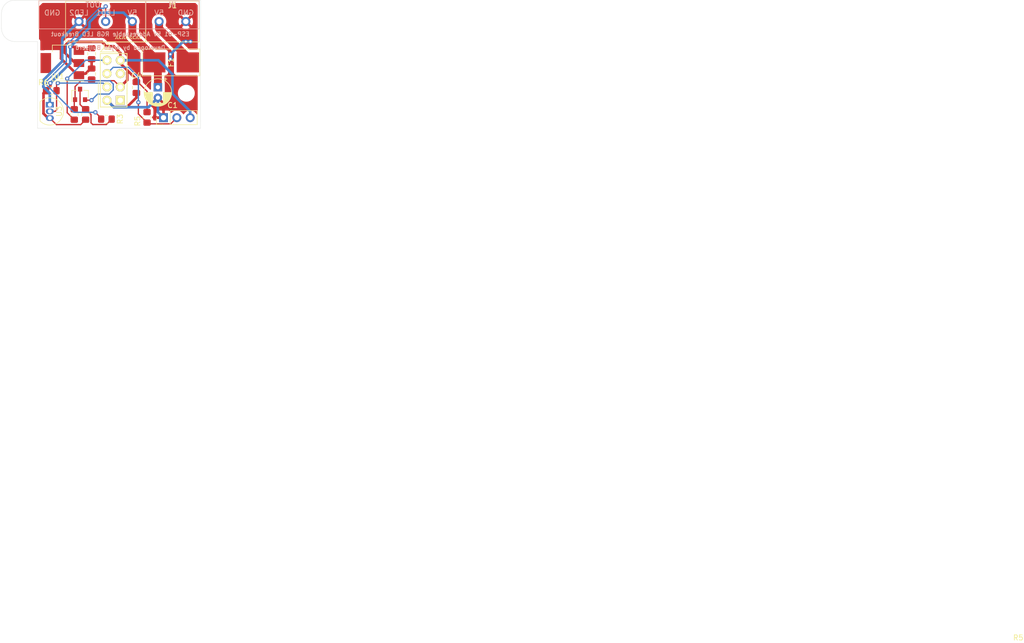
<source format=kicad_pcb>
(kicad_pcb (version 20171130) (host pcbnew "(5.1.10)-1")

  (general
    (thickness 1.6)
    (drawings 31)
    (tracks 155)
    (zones 0)
    (modules 20)
    (nets 10)
  )

  (page A4)
  (layers
    (0 F.Cu signal)
    (31 B.Cu signal)
    (32 B.Adhes user)
    (33 F.Adhes user)
    (34 B.Paste user)
    (35 F.Paste user)
    (36 B.SilkS user)
    (37 F.SilkS user)
    (38 B.Mask user)
    (39 F.Mask user)
    (40 Dwgs.User user)
    (41 Cmts.User user hide)
    (42 Eco1.User user)
    (43 Eco2.User user)
    (44 Edge.Cuts user)
    (45 Margin user)
    (46 B.CrtYd user)
    (47 F.CrtYd user)
    (48 B.Fab user hide)
    (49 F.Fab user hide)
  )

  (setup
    (last_trace_width 0.25)
    (user_trace_width 0.4)
    (user_trace_width 0.5)
    (user_trace_width 1.5)
    (trace_clearance 0.2)
    (zone_clearance 0.508)
    (zone_45_only no)
    (trace_min 0.2)
    (via_size 0.8)
    (via_drill 0.4)
    (via_min_size 0.4)
    (via_min_drill 0.3)
    (uvia_size 0.3)
    (uvia_drill 0.1)
    (uvias_allowed no)
    (uvia_min_size 0.2)
    (uvia_min_drill 0.1)
    (edge_width 0.05)
    (segment_width 0.2)
    (pcb_text_width 0.3)
    (pcb_text_size 1.5 1.5)
    (mod_edge_width 0.12)
    (mod_text_size 1 1)
    (mod_text_width 0.15)
    (pad_size 1.524 1.524)
    (pad_drill 0.762)
    (pad_to_mask_clearance 0)
    (aux_axis_origin 0 0)
    (grid_origin 144.78 79.248)
    (visible_elements 7FFFFFFF)
    (pcbplotparams
      (layerselection 0x010f0_ffffffff)
      (usegerberextensions true)
      (usegerberattributes true)
      (usegerberadvancedattributes true)
      (creategerberjobfile true)
      (excludeedgelayer true)
      (linewidth 0.100000)
      (plotframeref false)
      (viasonmask false)
      (mode 1)
      (useauxorigin false)
      (hpglpennumber 1)
      (hpglpenspeed 20)
      (hpglpendiameter 15.000000)
      (psnegative false)
      (psa4output false)
      (plotreference true)
      (plotvalue true)
      (plotinvisibletext false)
      (padsonsilk false)
      (subtractmaskfromsilk false)
      (outputformat 1)
      (mirror false)
      (drillshape 0)
      (scaleselection 1)
      (outputdirectory "production/"))
  )

  (net 0 "")
  (net 1 +5V)
  (net 2 GND)
  (net 3 +3V3)
  (net 4 LED1_5V)
  (net 5 LED1_3V3)
  (net 6 GPIO0)
  (net 7 DALLAS)
  (net 8 "Net-(F1-Pad2)")
  (net 9 "Net-(Q1-Pad2)")

  (net_class Default "This is the default net class."
    (clearance 0.2)
    (trace_width 0.25)
    (via_dia 0.8)
    (via_drill 0.4)
    (uvia_dia 0.3)
    (uvia_drill 0.1)
    (add_net +3V3)
    (add_net +5V)
    (add_net DALLAS)
    (add_net GND)
    (add_net GPIO0)
    (add_net LED1_3V3)
    (add_net LED1_5V)
    (add_net "Net-(F1-Pad2)")
    (add_net "Net-(Q1-Pad2)")
  )

  (module ESP8266:ESP-01 (layer F.Cu) (tedit 5FE39377) (tstamp 5FE15B89)
    (at 167.386 98.298 180)
    (descr "Module, ESP-8266, ESP-01, 8 pin")
    (tags "Module ESP-8266 ESP8266")
    (path /5FE095EB)
    (fp_text reference U2 (at 1.27 1.397) (layer Cmts.User)
      (effects (font (size 1 1) (thickness 0.15)))
    )
    (fp_text value ESP-01v090 (at 12.192 3.556) (layer F.Fab)
      (effects (font (size 1 1) (thickness 0.15)))
    )
    (fp_line (start 16 -3) (end 16 10.5) (layer F.Fab) (width 0.05))
    (fp_line (start -1.85 10.9) (end -1.85 11) (layer F.Fab) (width 0.05))
    (fp_line (start -1.85 -3.3) (end -1.85 10.9) (layer F.Fab) (width 0.05))
    (fp_line (start 3.81 9.2075) (end 3.175 9.8425) (layer F.SilkS) (width 0.12))
    (fp_line (start 0 9.2075) (end 3.81 9.2075) (layer F.SilkS) (width 0.12))
    (fp_line (start -1.778 -3.302) (end 22.86 -3.302) (layer F.Fab) (width 0.05))
    (fp_line (start 22.86 -3.302) (end 22.86 10.922) (layer F.Fab) (width 0.05))
    (fp_line (start 1.27 -1.27) (end -1.27 -1.27) (layer F.SilkS) (width 0.1524))
    (fp_line (start -1.27 -1.27) (end -1.27 1.27) (layer F.SilkS) (width 0.1524))
    (fp_line (start -1.75 -1.75) (end -1.75 9.4) (layer F.CrtYd) (width 0.05))
    (fp_line (start 4.3 -1.75) (end 4.3 9.4) (layer F.CrtYd) (width 0.05))
    (fp_line (start -1.75 -1.75) (end 4.3 -1.75) (layer F.CrtYd) (width 0.05))
    (fp_line (start -1.75 9.4) (end 4.3 9.4) (layer F.CrtYd) (width 0.05))
    (fp_line (start -1.27 1.27) (end -1.27 8.89) (layer F.SilkS) (width 0.1524))
    (fp_line (start -1.27 8.89) (end 3.81 8.89) (layer F.SilkS) (width 0.1524))
    (fp_line (start 3.81 8.89) (end 3.81 -1.27) (layer F.SilkS) (width 0.1524))
    (fp_line (start 3.81 -1.27) (end 1.27 -1.27) (layer F.SilkS) (width 0.1524))
    (fp_line (start -1.85 11) (end 22.85 11) (layer F.Fab) (width 0.05))
    (fp_line (start 22.85 11) (end 22.86 10.922) (layer F.Fab) (width 0.05))
    (pad 1 thru_hole rect (at 0 0 180) (size 1.7272 1.7272) (drill 1.016) (layers *.Cu *.Mask F.SilkS))
    (pad 2 thru_hole oval (at 2.54 0 180) (size 1.7272 1.7272) (drill 1.016) (layers *.Cu *.Mask F.SilkS)
      (net 2 GND))
    (pad 3 thru_hole oval (at 0 2.54 180) (size 1.7272 1.7272) (drill 1.016) (layers *.Cu *.Mask F.SilkS)
      (net 3 +3V3))
    (pad 4 thru_hole oval (at 2.54 2.54 180) (size 1.7272 1.7272) (drill 1.016) (layers *.Cu *.Mask F.SilkS)
      (net 7 DALLAS))
    (pad 5 thru_hole oval (at 0 5.08 180) (size 1.7272 1.7272) (drill 1.016) (layers *.Cu *.Mask F.SilkS))
    (pad 6 thru_hole oval (at 2.54 5.08 180) (size 1.7272 1.7272) (drill 1.016) (layers *.Cu *.Mask F.SilkS)
      (net 6 GPIO0))
    (pad 7 thru_hole oval (at 0 7.62 180) (size 1.7272 1.7272) (drill 1.016) (layers *.Cu *.Mask F.SilkS)
      (net 3 +3V3))
    (pad 8 thru_hole oval (at 2.54 7.62 180) (size 1.7272 1.7272) (drill 1.016) (layers *.Cu *.Mask F.SilkS)
      (net 5 LED1_3V3))
  )

  (module "" (layer F.Cu) (tedit 0) (tstamp 0)
    (at 170.1038 102.9716)
    (fp_text reference "" (at 167.386 98.298) (layer F.SilkS)
      (effects (font (size 1.27 1.27) (thickness 0.15)))
    )
    (fp_text value "" (at 167.386 98.298) (layer F.SilkS)
      (effects (font (size 1.27 1.27) (thickness 0.15)))
    )
    (fp_text user R5 (at 168.021 97.5106) (layer F.SilkS)
      (effects (font (size 1 1) (thickness 0.15)))
    )
  )

  (module custom_terminals:0103-blue-terminal (layer F.Cu) (tedit 61A89F8C) (tstamp 5FE15A3B)
    (at 169.672 83.312 180)
    (path /61A8EA8C)
    (fp_text reference J2 (at 5.05 -4.825) (layer F.SilkS)
      (effects (font (size 1 1) (thickness 0.15)))
    )
    (fp_text value Screw_Terminal_01x03 (at 4.925 5.175) (layer F.Fab)
      (effects (font (size 1 1) (thickness 0.15)))
    )
    (fp_line (start -2.54 3.8735) (end -2.54 -3.8735) (layer F.SilkS) (width 0.12))
    (fp_line (start 7.62 3.8735) (end -2.54 3.8735) (layer F.SilkS) (width 0.12))
    (fp_line (start -2.54 -3.8735) (end 7.62 -3.8735) (layer F.SilkS) (width 0.12))
    (fp_line (start 12.7 -3.81) (end 12.7 3.81) (layer F.SilkS) (width 0.12))
    (fp_line (start 12.7 -3.875) (end -2.54 -3.8735) (layer F.SilkS) (width 0.12))
    (fp_line (start -2.54 -3.8735) (end -2.54 3.8735) (layer F.SilkS) (width 0.12))
    (fp_line (start -2.54 3.8735) (end 12.7 3.875) (layer F.SilkS) (width 0.12))
    (pad 3 thru_hole circle (at 10.16 0 180) (size 1.7272 1.7272) (drill 1.016) (layers *.Cu *.Mask)
      (net 2 GND))
    (pad 2 thru_hole circle (at 5.08 0 180) (size 1.7272 1.7272) (drill 1.016) (layers *.Cu *.Mask)
      (net 4 LED1_5V))
    (pad 1 thru_hole circle (at 0 0 180) (size 1.7272 1.7272) (drill 1.016) (layers *.Cu *.Mask)
      (net 1 +5V))
  )

  (module "Custom Terminals:0102-blue-terminal" (layer F.Cu) (tedit 5FE10276) (tstamp 5FE15A32)
    (at 179.832 83.312 180)
    (path /5FE2D106)
    (fp_text reference J1 (at 2.54 3.048) (layer F.SilkS)
      (effects (font (size 1 1) (thickness 0.15)))
    )
    (fp_text value Screw_Terminal_01x02 (at 2.3495 5.0165) (layer F.Fab)
      (effects (font (size 1 1) (thickness 0.15)))
    )
    (fp_line (start -2.54 3.8735) (end -2.54 -3.8735) (layer F.SilkS) (width 0.12))
    (fp_line (start 7.62 3.8735) (end -2.54 3.8735) (layer F.SilkS) (width 0.12))
    (fp_line (start 7.62 -3.8735) (end 7.62 3.8735) (layer F.SilkS) (width 0.12))
    (fp_line (start -2.54 -3.8735) (end 7.62 -3.8735) (layer F.SilkS) (width 0.12))
    (pad 2 thru_hole circle (at 5.08 0 180) (size 1.7272 1.7272) (drill 1.016) (layers *.Cu *.Mask)
      (net 8 "Net-(F1-Pad2)"))
    (pad 1 thru_hole circle (at 0 0 180) (size 1.7272 1.7272) (drill 1.016) (layers *.Cu *.Mask)
      (net 2 GND))
  )

  (module Connector_PinHeader_2.54mm:PinHeader_1x03_P2.54mm_Vertical (layer F.Cu) (tedit 59FED5CC) (tstamp 5FE15AC5)
    (at 175.5902 101.6 90)
    (descr "Through hole straight pin header, 1x03, 2.54mm pitch, single row")
    (tags "Through hole pin header THT 1x03 2.54mm single row")
    (path /5FE4468D)
    (fp_text reference J3 (at 2.032 6.096) (layer Cmts.User)
      (effects (font (size 1 1) (thickness 0.15)))
    )
    (fp_text value Conn_01x03_Male (at 0 7.41 90) (layer F.Fab)
      (effects (font (size 1 1) (thickness 0.15)))
    )
    (fp_line (start 1.8 -1.8) (end -1.8 -1.8) (layer F.CrtYd) (width 0.05))
    (fp_line (start 1.8 6.85) (end 1.8 -1.8) (layer F.CrtYd) (width 0.05))
    (fp_line (start -1.8 6.85) (end 1.8 6.85) (layer F.CrtYd) (width 0.05))
    (fp_line (start -1.8 -1.8) (end -1.8 6.85) (layer F.CrtYd) (width 0.05))
    (fp_line (start -1.33 -1.33) (end 0 -1.33) (layer F.SilkS) (width 0.12))
    (fp_line (start -1.33 0) (end -1.33 -1.33) (layer F.SilkS) (width 0.12))
    (fp_line (start -1.33 1.27) (end 1.33 1.27) (layer F.SilkS) (width 0.12))
    (fp_line (start 1.33 1.27) (end 1.33 6.41) (layer F.SilkS) (width 0.12))
    (fp_line (start -1.33 1.27) (end -1.33 6.41) (layer F.SilkS) (width 0.12))
    (fp_line (start -1.33 6.41) (end 1.33 6.41) (layer F.SilkS) (width 0.12))
    (fp_line (start -1.27 -0.635) (end -0.635 -1.27) (layer F.Fab) (width 0.1))
    (fp_line (start -1.27 6.35) (end -1.27 -0.635) (layer F.Fab) (width 0.1))
    (fp_line (start 1.27 6.35) (end -1.27 6.35) (layer F.Fab) (width 0.1))
    (fp_line (start 1.27 -1.27) (end 1.27 6.35) (layer F.Fab) (width 0.1))
    (fp_line (start -0.635 -1.27) (end 1.27 -1.27) (layer F.Fab) (width 0.1))
    (fp_text user %R (at 0 2.54) (layer F.Fab)
      (effects (font (size 1 1) (thickness 0.15)))
    )
    (pad 1 thru_hole rect (at 0 0 90) (size 1.7 1.7) (drill 1) (layers *.Cu *.Mask)
      (net 2 GND))
    (pad 2 thru_hole oval (at 0 2.54 90) (size 1.7 1.7) (drill 1) (layers *.Cu *.Mask)
      (net 6 GPIO0))
    (pad 3 thru_hole oval (at 0 5.08 90) (size 1.7 1.7) (drill 1) (layers *.Cu *.Mask)
      (net 3 +3V3))
    (model ${KISYS3DMOD}/Connector_PinHeader_2.54mm.3dshapes/PinHeader_1x03_P2.54mm_Vertical.wrl
      (at (xyz 0 0 0))
      (scale (xyz 1 1 1))
      (rotate (xyz 0 0 0))
    )
  )

  (module Package_TO_SOT_SMD:SOT-223 (layer F.Cu) (tedit 5A02FF57) (tstamp 5FE15B6B)
    (at 156.362 91.2114 180)
    (descr "module CMS SOT223 4 pins")
    (tags "CMS SOT")
    (path /5FDF5637)
    (attr smd)
    (fp_text reference U1 (at 0.61 -2.54) (layer F.SilkS)
      (effects (font (size 1 1) (thickness 0.15)))
    )
    (fp_text value LM1117-3.3 (at 0 4.5) (layer F.Fab)
      (effects (font (size 1 1) (thickness 0.15)))
    )
    (fp_line (start 1.85 -3.35) (end 1.85 3.35) (layer F.Fab) (width 0.1))
    (fp_line (start -1.85 3.35) (end 1.85 3.35) (layer F.Fab) (width 0.1))
    (fp_line (start -4.1 -3.41) (end 1.91 -3.41) (layer F.SilkS) (width 0.12))
    (fp_line (start -0.8 -3.35) (end 1.85 -3.35) (layer F.Fab) (width 0.1))
    (fp_line (start -1.85 3.41) (end 1.91 3.41) (layer F.SilkS) (width 0.12))
    (fp_line (start -1.85 -2.3) (end -1.85 3.35) (layer F.Fab) (width 0.1))
    (fp_line (start -4.4 -3.6) (end -4.4 3.6) (layer F.CrtYd) (width 0.05))
    (fp_line (start -4.4 3.6) (end 4.4 3.6) (layer F.CrtYd) (width 0.05))
    (fp_line (start 4.4 3.6) (end 4.4 -3.6) (layer F.CrtYd) (width 0.05))
    (fp_line (start 4.4 -3.6) (end -4.4 -3.6) (layer F.CrtYd) (width 0.05))
    (fp_line (start 1.91 -3.41) (end 1.91 -2.15) (layer F.SilkS) (width 0.12))
    (fp_line (start 1.91 3.41) (end 1.91 2.15) (layer F.SilkS) (width 0.12))
    (fp_line (start -1.85 -2.3) (end -0.8 -3.35) (layer F.Fab) (width 0.1))
    (fp_text user %R (at 0 0 90) (layer F.Fab)
      (effects (font (size 0.8 0.8) (thickness 0.12)))
    )
    (pad 4 smd rect (at 3.15 0 180) (size 2 3.8) (layers F.Cu F.Paste F.Mask))
    (pad 2 smd rect (at -3.15 0 180) (size 2 1.5) (layers F.Cu F.Paste F.Mask)
      (net 3 +3V3))
    (pad 3 smd rect (at -3.15 2.3 180) (size 2 1.5) (layers F.Cu F.Paste F.Mask)
      (net 1 +5V))
    (pad 1 smd rect (at -3.15 -2.3 180) (size 2 1.5) (layers F.Cu F.Paste F.Mask)
      (net 2 GND))
    (model ${KISYS3DMOD}/Package_TO_SOT_SMD.3dshapes/SOT-223.wrl
      (at (xyz 0 0 0))
      (scale (xyz 1 1 1))
      (rotate (xyz 0 0 0))
    )
  )

  (module Package_TO_SOT_THT:TO-92_Inline (layer F.Cu) (tedit 5A1DD157) (tstamp 5FE15B9B)
    (at 153.9748 99.1362 270)
    (descr "TO-92 leads in-line, narrow, oval pads, drill 0.75mm (see NXP sot054_po.pdf)")
    (tags "to-92 sc-43 sc-43a sot54 PA33 transistor")
    (path /5FE30B31)
    (fp_text reference U3 (at 1.27 -1.778 90) (layer F.SilkS)
      (effects (font (size 1 1) (thickness 0.15)))
    )
    (fp_text value DS18B20 (at 1.27 2.79 90) (layer F.Fab)
      (effects (font (size 1 1) (thickness 0.15)))
    )
    (fp_line (start 4 2.01) (end -1.46 2.01) (layer F.CrtYd) (width 0.05))
    (fp_line (start 4 2.01) (end 4 -2.73) (layer F.CrtYd) (width 0.05))
    (fp_line (start -1.46 -2.73) (end -1.46 2.01) (layer F.CrtYd) (width 0.05))
    (fp_line (start -1.46 -2.73) (end 4 -2.73) (layer F.CrtYd) (width 0.05))
    (fp_line (start -0.5 1.75) (end 3 1.75) (layer F.Fab) (width 0.1))
    (fp_line (start -0.53 1.85) (end 3.07 1.85) (layer F.SilkS) (width 0.12))
    (fp_text user %R (at 1.27 0 90) (layer F.Fab)
      (effects (font (size 1 1) (thickness 0.15)))
    )
    (fp_arc (start 1.27 0) (end 1.27 -2.48) (angle 135) (layer F.Fab) (width 0.1))
    (fp_arc (start 1.27 0) (end 1.27 -2.6) (angle -135) (layer F.SilkS) (width 0.12))
    (fp_arc (start 1.27 0) (end 1.27 -2.48) (angle -135) (layer F.Fab) (width 0.1))
    (fp_arc (start 1.27 0) (end 1.27 -2.6) (angle 135) (layer F.SilkS) (width 0.12))
    (pad 2 thru_hole oval (at 1.27 0 270) (size 1.05 1.5) (drill 0.75) (layers *.Cu *.Mask)
      (net 7 DALLAS))
    (pad 3 thru_hole oval (at 2.54 0 270) (size 1.05 1.5) (drill 0.75) (layers *.Cu *.Mask)
      (net 1 +5V))
    (pad 1 thru_hole rect (at 0 0 270) (size 1.05 1.5) (drill 0.75) (layers *.Cu *.Mask)
      (net 2 GND))
    (model ${KISYS3DMOD}/Package_TO_SOT_THT.3dshapes/TO-92_Inline.wrl
      (at (xyz 0 0 0))
      (scale (xyz 1 1 1))
      (rotate (xyz 0 0 0))
    )
  )

  (module "Custom Mosfets:SOT-23_DS-REVERSED" (layer F.Cu) (tedit 5FE0FBEF) (tstamp 5FE1714F)
    (at 159.7254 97.171 90)
    (descr "SOT-23, Standard")
    (tags SOT-23)
    (path /5FE1865D)
    (attr smd)
    (fp_text reference Q1 (at 1.667 -1.463 180) (layer Cmts.User)
      (effects (font (size 1 1) (thickness 0.15)))
    )
    (fp_text value IRFS4127 (at 0 2.5 90) (layer F.Fab)
      (effects (font (size 1 1) (thickness 0.15)))
    )
    (fp_line (start 0.76 1.58) (end -0.7 1.58) (layer F.SilkS) (width 0.12))
    (fp_line (start 0.76 -1.58) (end -1.4 -1.58) (layer F.SilkS) (width 0.12))
    (fp_line (start -1.7 1.75) (end -1.7 -1.75) (layer F.CrtYd) (width 0.05))
    (fp_line (start 1.7 1.75) (end -1.7 1.75) (layer F.CrtYd) (width 0.05))
    (fp_line (start 1.7 -1.75) (end 1.7 1.75) (layer F.CrtYd) (width 0.05))
    (fp_line (start -1.7 -1.75) (end 1.7 -1.75) (layer F.CrtYd) (width 0.05))
    (fp_line (start 0.76 -1.58) (end 0.76 -0.65) (layer F.SilkS) (width 0.12))
    (fp_line (start 0.76 1.58) (end 0.76 0.65) (layer F.SilkS) (width 0.12))
    (fp_line (start -0.7 1.52) (end 0.7 1.52) (layer F.Fab) (width 0.1))
    (fp_line (start 0.7 -1.52) (end 0.7 1.52) (layer F.Fab) (width 0.1))
    (fp_line (start -0.7 -0.95) (end -0.15 -1.52) (layer F.Fab) (width 0.1))
    (fp_line (start -0.15 -1.52) (end 0.7 -1.52) (layer F.Fab) (width 0.1))
    (fp_line (start -0.7 -0.95) (end -0.7 1.5) (layer F.Fab) (width 0.1))
    (fp_text user %R (at 0 0) (layer F.Fab)
      (effects (font (size 0.5 0.5) (thickness 0.075)))
    )
    (pad 1 smd rect (at -1 -0.95 90) (size 0.9 0.8) (layers F.Cu F.Paste F.Mask)
      (net 3 +3V3))
    (pad 3 smd rect (at -1 0.95 90) (size 0.9 0.8) (layers F.Cu F.Paste F.Mask)
      (net 5 LED1_3V3))
    (pad 2 smd rect (at 1 0 90) (size 0.9 0.8) (layers F.Cu F.Paste F.Mask)
      (net 9 "Net-(Q1-Pad2)"))
    (model ${KISYS3DMOD}/Package_TO_SOT_SMD.3dshapes/SOT-23.wrl
      (at (xyz 0 0 0))
      (scale (xyz 1 1 1))
      (rotate (xyz 0 0 0))
    )
  )

  (module MountingHole:MountingHole_2.2mm_M2 (layer F.Cu) (tedit 56D1B4CB) (tstamp 5FE185CE)
    (at 148.336 83.185)
    (descr "Mounting Hole 2.2mm, no annular, M2")
    (tags "mounting hole 2.2mm no annular m2")
    (path /5FE31388)
    (attr virtual)
    (fp_text reference H1 (at 2.794 -1.778) (layer F.Fab)
      (effects (font (size 1 1) (thickness 0.15)))
    )
    (fp_text value MountingHole (at 0 3.2) (layer F.Fab)
      (effects (font (size 1 1) (thickness 0.15)))
    )
    (fp_circle (center 0 0) (end 2.2 0) (layer Cmts.User) (width 0.15))
    (fp_circle (center 0 0) (end 2.45 0) (layer F.CrtYd) (width 0.05))
    (fp_text user %R (at 0.3 0) (layer F.Fab)
      (effects (font (size 1 1) (thickness 0.15)))
    )
    (pad 1 np_thru_hole circle (at 0 0) (size 2.2 2.2) (drill 2.2) (layers *.Cu *.Mask))
  )

  (module MountingHole:MountingHole_2.2mm_M2 (layer F.Cu) (tedit 56D1B4CB) (tstamp 5FE185D6)
    (at 179.9336 96.9518)
    (descr "Mounting Hole 2.2mm, no annular, M2")
    (tags "mounting hole 2.2mm no annular m2")
    (path /5FE31DB5)
    (attr virtual)
    (fp_text reference H2 (at -2.794 -1.778) (layer F.Fab)
      (effects (font (size 1 1) (thickness 0.15)))
    )
    (fp_text value MountingHole (at 0 3.2) (layer F.Fab)
      (effects (font (size 1 1) (thickness 0.15)))
    )
    (fp_circle (center 0 0) (end 2.45 0) (layer F.CrtYd) (width 0.05))
    (fp_circle (center 0 0) (end 2.2 0) (layer Cmts.User) (width 0.15))
    (fp_text user %R (at 0.3 0) (layer F.Fab)
      (effects (font (size 1 1) (thickness 0.15)))
    )
    (pad 1 np_thru_hole circle (at 0 0) (size 2.2 2.2) (drill 2.2) (layers *.Cu *.Mask))
  )

  (module Capacitor_THT:CP_Radial_D5.0mm_P2.00mm (layer F.Cu) (tedit 5AE50EF0) (tstamp 5FE3D1D0)
    (at 174.5234 95.8088 270)
    (descr "CP, Radial series, Radial, pin pitch=2.00mm, , diameter=5mm, Electrolytic Capacitor")
    (tags "CP Radial series Radial pin pitch 2.00mm  diameter 5mm Electrolytic Capacitor")
    (path /5FE71E53)
    (fp_text reference C1 (at 3.429 -2.794 180) (layer F.SilkS)
      (effects (font (size 1 1) (thickness 0.15)))
    )
    (fp_text value 100uF (at 1 3.75 90) (layer F.Fab)
      (effects (font (size 1 1) (thickness 0.15)))
    )
    (fp_circle (center 1 0) (end 3.5 0) (layer F.Fab) (width 0.1))
    (fp_circle (center 1 0) (end 3.62 0) (layer F.SilkS) (width 0.12))
    (fp_circle (center 1 0) (end 3.75 0) (layer F.CrtYd) (width 0.05))
    (fp_line (start -1.133605 -1.0875) (end -0.633605 -1.0875) (layer F.Fab) (width 0.1))
    (fp_line (start -0.883605 -1.3375) (end -0.883605 -0.8375) (layer F.Fab) (width 0.1))
    (fp_line (start 1 1.04) (end 1 2.58) (layer F.SilkS) (width 0.12))
    (fp_line (start 1 -2.58) (end 1 -1.04) (layer F.SilkS) (width 0.12))
    (fp_line (start 1.04 1.04) (end 1.04 2.58) (layer F.SilkS) (width 0.12))
    (fp_line (start 1.04 -2.58) (end 1.04 -1.04) (layer F.SilkS) (width 0.12))
    (fp_line (start 1.08 -2.579) (end 1.08 -1.04) (layer F.SilkS) (width 0.12))
    (fp_line (start 1.08 1.04) (end 1.08 2.579) (layer F.SilkS) (width 0.12))
    (fp_line (start 1.12 -2.578) (end 1.12 -1.04) (layer F.SilkS) (width 0.12))
    (fp_line (start 1.12 1.04) (end 1.12 2.578) (layer F.SilkS) (width 0.12))
    (fp_line (start 1.16 -2.576) (end 1.16 -1.04) (layer F.SilkS) (width 0.12))
    (fp_line (start 1.16 1.04) (end 1.16 2.576) (layer F.SilkS) (width 0.12))
    (fp_line (start 1.2 -2.573) (end 1.2 -1.04) (layer F.SilkS) (width 0.12))
    (fp_line (start 1.2 1.04) (end 1.2 2.573) (layer F.SilkS) (width 0.12))
    (fp_line (start 1.24 -2.569) (end 1.24 -1.04) (layer F.SilkS) (width 0.12))
    (fp_line (start 1.24 1.04) (end 1.24 2.569) (layer F.SilkS) (width 0.12))
    (fp_line (start 1.28 -2.565) (end 1.28 -1.04) (layer F.SilkS) (width 0.12))
    (fp_line (start 1.28 1.04) (end 1.28 2.565) (layer F.SilkS) (width 0.12))
    (fp_line (start 1.32 -2.561) (end 1.32 -1.04) (layer F.SilkS) (width 0.12))
    (fp_line (start 1.32 1.04) (end 1.32 2.561) (layer F.SilkS) (width 0.12))
    (fp_line (start 1.36 -2.556) (end 1.36 -1.04) (layer F.SilkS) (width 0.12))
    (fp_line (start 1.36 1.04) (end 1.36 2.556) (layer F.SilkS) (width 0.12))
    (fp_line (start 1.4 -2.55) (end 1.4 -1.04) (layer F.SilkS) (width 0.12))
    (fp_line (start 1.4 1.04) (end 1.4 2.55) (layer F.SilkS) (width 0.12))
    (fp_line (start 1.44 -2.543) (end 1.44 -1.04) (layer F.SilkS) (width 0.12))
    (fp_line (start 1.44 1.04) (end 1.44 2.543) (layer F.SilkS) (width 0.12))
    (fp_line (start 1.48 -2.536) (end 1.48 -1.04) (layer F.SilkS) (width 0.12))
    (fp_line (start 1.48 1.04) (end 1.48 2.536) (layer F.SilkS) (width 0.12))
    (fp_line (start 1.52 -2.528) (end 1.52 -1.04) (layer F.SilkS) (width 0.12))
    (fp_line (start 1.52 1.04) (end 1.52 2.528) (layer F.SilkS) (width 0.12))
    (fp_line (start 1.56 -2.52) (end 1.56 -1.04) (layer F.SilkS) (width 0.12))
    (fp_line (start 1.56 1.04) (end 1.56 2.52) (layer F.SilkS) (width 0.12))
    (fp_line (start 1.6 -2.511) (end 1.6 -1.04) (layer F.SilkS) (width 0.12))
    (fp_line (start 1.6 1.04) (end 1.6 2.511) (layer F.SilkS) (width 0.12))
    (fp_line (start 1.64 -2.501) (end 1.64 -1.04) (layer F.SilkS) (width 0.12))
    (fp_line (start 1.64 1.04) (end 1.64 2.501) (layer F.SilkS) (width 0.12))
    (fp_line (start 1.68 -2.491) (end 1.68 -1.04) (layer F.SilkS) (width 0.12))
    (fp_line (start 1.68 1.04) (end 1.68 2.491) (layer F.SilkS) (width 0.12))
    (fp_line (start 1.721 -2.48) (end 1.721 -1.04) (layer F.SilkS) (width 0.12))
    (fp_line (start 1.721 1.04) (end 1.721 2.48) (layer F.SilkS) (width 0.12))
    (fp_line (start 1.761 -2.468) (end 1.761 -1.04) (layer F.SilkS) (width 0.12))
    (fp_line (start 1.761 1.04) (end 1.761 2.468) (layer F.SilkS) (width 0.12))
    (fp_line (start 1.801 -2.455) (end 1.801 -1.04) (layer F.SilkS) (width 0.12))
    (fp_line (start 1.801 1.04) (end 1.801 2.455) (layer F.SilkS) (width 0.12))
    (fp_line (start 1.841 -2.442) (end 1.841 -1.04) (layer F.SilkS) (width 0.12))
    (fp_line (start 1.841 1.04) (end 1.841 2.442) (layer F.SilkS) (width 0.12))
    (fp_line (start 1.881 -2.428) (end 1.881 -1.04) (layer F.SilkS) (width 0.12))
    (fp_line (start 1.881 1.04) (end 1.881 2.428) (layer F.SilkS) (width 0.12))
    (fp_line (start 1.921 -2.414) (end 1.921 -1.04) (layer F.SilkS) (width 0.12))
    (fp_line (start 1.921 1.04) (end 1.921 2.414) (layer F.SilkS) (width 0.12))
    (fp_line (start 1.961 -2.398) (end 1.961 -1.04) (layer F.SilkS) (width 0.12))
    (fp_line (start 1.961 1.04) (end 1.961 2.398) (layer F.SilkS) (width 0.12))
    (fp_line (start 2.001 -2.382) (end 2.001 -1.04) (layer F.SilkS) (width 0.12))
    (fp_line (start 2.001 1.04) (end 2.001 2.382) (layer F.SilkS) (width 0.12))
    (fp_line (start 2.041 -2.365) (end 2.041 -1.04) (layer F.SilkS) (width 0.12))
    (fp_line (start 2.041 1.04) (end 2.041 2.365) (layer F.SilkS) (width 0.12))
    (fp_line (start 2.081 -2.348) (end 2.081 -1.04) (layer F.SilkS) (width 0.12))
    (fp_line (start 2.081 1.04) (end 2.081 2.348) (layer F.SilkS) (width 0.12))
    (fp_line (start 2.121 -2.329) (end 2.121 -1.04) (layer F.SilkS) (width 0.12))
    (fp_line (start 2.121 1.04) (end 2.121 2.329) (layer F.SilkS) (width 0.12))
    (fp_line (start 2.161 -2.31) (end 2.161 -1.04) (layer F.SilkS) (width 0.12))
    (fp_line (start 2.161 1.04) (end 2.161 2.31) (layer F.SilkS) (width 0.12))
    (fp_line (start 2.201 -2.29) (end 2.201 -1.04) (layer F.SilkS) (width 0.12))
    (fp_line (start 2.201 1.04) (end 2.201 2.29) (layer F.SilkS) (width 0.12))
    (fp_line (start 2.241 -2.268) (end 2.241 -1.04) (layer F.SilkS) (width 0.12))
    (fp_line (start 2.241 1.04) (end 2.241 2.268) (layer F.SilkS) (width 0.12))
    (fp_line (start 2.281 -2.247) (end 2.281 -1.04) (layer F.SilkS) (width 0.12))
    (fp_line (start 2.281 1.04) (end 2.281 2.247) (layer F.SilkS) (width 0.12))
    (fp_line (start 2.321 -2.224) (end 2.321 -1.04) (layer F.SilkS) (width 0.12))
    (fp_line (start 2.321 1.04) (end 2.321 2.224) (layer F.SilkS) (width 0.12))
    (fp_line (start 2.361 -2.2) (end 2.361 -1.04) (layer F.SilkS) (width 0.12))
    (fp_line (start 2.361 1.04) (end 2.361 2.2) (layer F.SilkS) (width 0.12))
    (fp_line (start 2.401 -2.175) (end 2.401 -1.04) (layer F.SilkS) (width 0.12))
    (fp_line (start 2.401 1.04) (end 2.401 2.175) (layer F.SilkS) (width 0.12))
    (fp_line (start 2.441 -2.149) (end 2.441 -1.04) (layer F.SilkS) (width 0.12))
    (fp_line (start 2.441 1.04) (end 2.441 2.149) (layer F.SilkS) (width 0.12))
    (fp_line (start 2.481 -2.122) (end 2.481 -1.04) (layer F.SilkS) (width 0.12))
    (fp_line (start 2.481 1.04) (end 2.481 2.122) (layer F.SilkS) (width 0.12))
    (fp_line (start 2.521 -2.095) (end 2.521 -1.04) (layer F.SilkS) (width 0.12))
    (fp_line (start 2.521 1.04) (end 2.521 2.095) (layer F.SilkS) (width 0.12))
    (fp_line (start 2.561 -2.065) (end 2.561 -1.04) (layer F.SilkS) (width 0.12))
    (fp_line (start 2.561 1.04) (end 2.561 2.065) (layer F.SilkS) (width 0.12))
    (fp_line (start 2.601 -2.035) (end 2.601 -1.04) (layer F.SilkS) (width 0.12))
    (fp_line (start 2.601 1.04) (end 2.601 2.035) (layer F.SilkS) (width 0.12))
    (fp_line (start 2.641 -2.004) (end 2.641 -1.04) (layer F.SilkS) (width 0.12))
    (fp_line (start 2.641 1.04) (end 2.641 2.004) (layer F.SilkS) (width 0.12))
    (fp_line (start 2.681 -1.971) (end 2.681 -1.04) (layer F.SilkS) (width 0.12))
    (fp_line (start 2.681 1.04) (end 2.681 1.971) (layer F.SilkS) (width 0.12))
    (fp_line (start 2.721 -1.937) (end 2.721 -1.04) (layer F.SilkS) (width 0.12))
    (fp_line (start 2.721 1.04) (end 2.721 1.937) (layer F.SilkS) (width 0.12))
    (fp_line (start 2.761 -1.901) (end 2.761 -1.04) (layer F.SilkS) (width 0.12))
    (fp_line (start 2.761 1.04) (end 2.761 1.901) (layer F.SilkS) (width 0.12))
    (fp_line (start 2.801 -1.864) (end 2.801 -1.04) (layer F.SilkS) (width 0.12))
    (fp_line (start 2.801 1.04) (end 2.801 1.864) (layer F.SilkS) (width 0.12))
    (fp_line (start 2.841 -1.826) (end 2.841 -1.04) (layer F.SilkS) (width 0.12))
    (fp_line (start 2.841 1.04) (end 2.841 1.826) (layer F.SilkS) (width 0.12))
    (fp_line (start 2.881 -1.785) (end 2.881 -1.04) (layer F.SilkS) (width 0.12))
    (fp_line (start 2.881 1.04) (end 2.881 1.785) (layer F.SilkS) (width 0.12))
    (fp_line (start 2.921 -1.743) (end 2.921 -1.04) (layer F.SilkS) (width 0.12))
    (fp_line (start 2.921 1.04) (end 2.921 1.743) (layer F.SilkS) (width 0.12))
    (fp_line (start 2.961 -1.699) (end 2.961 -1.04) (layer F.SilkS) (width 0.12))
    (fp_line (start 2.961 1.04) (end 2.961 1.699) (layer F.SilkS) (width 0.12))
    (fp_line (start 3.001 -1.653) (end 3.001 -1.04) (layer F.SilkS) (width 0.12))
    (fp_line (start 3.001 1.04) (end 3.001 1.653) (layer F.SilkS) (width 0.12))
    (fp_line (start 3.041 -1.605) (end 3.041 1.605) (layer F.SilkS) (width 0.12))
    (fp_line (start 3.081 -1.554) (end 3.081 1.554) (layer F.SilkS) (width 0.12))
    (fp_line (start 3.121 -1.5) (end 3.121 1.5) (layer F.SilkS) (width 0.12))
    (fp_line (start 3.161 -1.443) (end 3.161 1.443) (layer F.SilkS) (width 0.12))
    (fp_line (start 3.201 -1.383) (end 3.201 1.383) (layer F.SilkS) (width 0.12))
    (fp_line (start 3.241 -1.319) (end 3.241 1.319) (layer F.SilkS) (width 0.12))
    (fp_line (start 3.281 -1.251) (end 3.281 1.251) (layer F.SilkS) (width 0.12))
    (fp_line (start 3.321 -1.178) (end 3.321 1.178) (layer F.SilkS) (width 0.12))
    (fp_line (start 3.361 -1.098) (end 3.361 1.098) (layer F.SilkS) (width 0.12))
    (fp_line (start 3.401 -1.011) (end 3.401 1.011) (layer F.SilkS) (width 0.12))
    (fp_line (start 3.441 -0.915) (end 3.441 0.915) (layer F.SilkS) (width 0.12))
    (fp_line (start 3.481 -0.805) (end 3.481 0.805) (layer F.SilkS) (width 0.12))
    (fp_line (start 3.521 -0.677) (end 3.521 0.677) (layer F.SilkS) (width 0.12))
    (fp_line (start 3.561 -0.518) (end 3.561 0.518) (layer F.SilkS) (width 0.12))
    (fp_line (start 3.601 -0.284) (end 3.601 0.284) (layer F.SilkS) (width 0.12))
    (fp_line (start -1.804775 -1.475) (end -1.304775 -1.475) (layer F.SilkS) (width 0.12))
    (fp_line (start -1.554775 -1.725) (end -1.554775 -1.225) (layer F.SilkS) (width 0.12))
    (fp_text user %R (at 1 0 90) (layer F.Fab)
      (effects (font (size 1 1) (thickness 0.15)))
    )
    (pad 1 thru_hole rect (at 0 0 270) (size 1.6 1.6) (drill 0.8) (layers *.Cu *.Mask)
      (net 1 +5V))
    (pad 2 thru_hole circle (at 2 0 270) (size 1.6 1.6) (drill 0.8) (layers *.Cu *.Mask)
      (net 2 GND))
    (model ${KISYS3DMOD}/Capacitor_THT.3dshapes/CP_Radial_D5.0mm_P2.00mm.wrl
      (at (xyz 0 0 0))
      (scale (xyz 1 1 1))
      (rotate (xyz 0 0 0))
    )
  )

  (module Capacitor_SMD:C_0805_2012Metric_Pad1.18x1.45mm_HandSolder (layer F.Cu) (tedit 5F68FEEF) (tstamp 5FE3D252)
    (at 161.925 89.4373 270)
    (descr "Capacitor SMD 0805 (2012 Metric), square (rectangular) end terminal, IPC_7351 nominal with elongated pad for handsoldering. (Body size source: IPC-SM-782 page 76, https://www.pcb-3d.com/wordpress/wp-content/uploads/ipc-sm-782a_amendment_1_and_2.pdf, https://docs.google.com/spreadsheets/d/1BsfQQcO9C6DZCsRaXUlFlo91Tg2WpOkGARC1WS5S8t0/edit?usp=sharing), generated with kicad-footprint-generator")
    (tags "capacitor handsolder")
    (path /5FDF6DA0)
    (attr smd)
    (fp_text reference C2 (at 0 -1.68 90) (layer Cmts.User)
      (effects (font (size 1 1) (thickness 0.15)))
    )
    (fp_text value 10uF (at 0 1.68 90) (layer F.Fab)
      (effects (font (size 1 1) (thickness 0.15)))
    )
    (fp_line (start -1 0.625) (end -1 -0.625) (layer F.Fab) (width 0.1))
    (fp_line (start -1 -0.625) (end 1 -0.625) (layer F.Fab) (width 0.1))
    (fp_line (start 1 -0.625) (end 1 0.625) (layer F.Fab) (width 0.1))
    (fp_line (start 1 0.625) (end -1 0.625) (layer F.Fab) (width 0.1))
    (fp_line (start -0.261252 -0.735) (end 0.261252 -0.735) (layer F.SilkS) (width 0.12))
    (fp_line (start -0.261252 0.735) (end 0.261252 0.735) (layer F.SilkS) (width 0.12))
    (fp_line (start -1.88 0.98) (end -1.88 -0.98) (layer F.CrtYd) (width 0.05))
    (fp_line (start -1.88 -0.98) (end 1.88 -0.98) (layer F.CrtYd) (width 0.05))
    (fp_line (start 1.88 -0.98) (end 1.88 0.98) (layer F.CrtYd) (width 0.05))
    (fp_line (start 1.88 0.98) (end -1.88 0.98) (layer F.CrtYd) (width 0.05))
    (fp_text user %R (at 0 0 90) (layer F.Fab)
      (effects (font (size 0.5 0.5) (thickness 0.08)))
    )
    (pad 1 smd roundrect (at -1.0375 0 270) (size 1.175 1.45) (layers F.Cu F.Paste F.Mask) (roundrect_rratio 0.212766)
      (net 1 +5V))
    (pad 2 smd roundrect (at 1.0375 0 270) (size 1.175 1.45) (layers F.Cu F.Paste F.Mask) (roundrect_rratio 0.212766)
      (net 2 GND))
    (model ${KISYS3DMOD}/Capacitor_SMD.3dshapes/C_0805_2012Metric.wrl
      (at (xyz 0 0 0))
      (scale (xyz 1 1 1))
      (rotate (xyz 0 0 0))
    )
  )

  (module Capacitor_SMD:C_0805_2012Metric_Pad1.18x1.45mm_HandSolder (layer F.Cu) (tedit 5F68FEEF) (tstamp 5FE3D262)
    (at 161.925 93.2903 90)
    (descr "Capacitor SMD 0805 (2012 Metric), square (rectangular) end terminal, IPC_7351 nominal with elongated pad for handsoldering. (Body size source: IPC-SM-782 page 76, https://www.pcb-3d.com/wordpress/wp-content/uploads/ipc-sm-782a_amendment_1_and_2.pdf, https://docs.google.com/spreadsheets/d/1BsfQQcO9C6DZCsRaXUlFlo91Tg2WpOkGARC1WS5S8t0/edit?usp=sharing), generated with kicad-footprint-generator")
    (tags "capacitor handsolder")
    (path /5FDF7377)
    (attr smd)
    (fp_text reference C3 (at 0 0.889 90) (layer Cmts.User)
      (effects (font (size 1 1) (thickness 0.15)))
    )
    (fp_text value 10uF (at 0 1.68 90) (layer F.Fab)
      (effects (font (size 1 1) (thickness 0.15)))
    )
    (fp_line (start -1 0.625) (end -1 -0.625) (layer F.Fab) (width 0.1))
    (fp_line (start -1 -0.625) (end 1 -0.625) (layer F.Fab) (width 0.1))
    (fp_line (start 1 -0.625) (end 1 0.625) (layer F.Fab) (width 0.1))
    (fp_line (start 1 0.625) (end -1 0.625) (layer F.Fab) (width 0.1))
    (fp_line (start -0.261252 -0.735) (end 0.261252 -0.735) (layer F.SilkS) (width 0.12))
    (fp_line (start -0.261252 0.735) (end 0.261252 0.735) (layer F.SilkS) (width 0.12))
    (fp_line (start -1.88 0.98) (end -1.88 -0.98) (layer F.CrtYd) (width 0.05))
    (fp_line (start -1.88 -0.98) (end 1.88 -0.98) (layer F.CrtYd) (width 0.05))
    (fp_line (start 1.88 -0.98) (end 1.88 0.98) (layer F.CrtYd) (width 0.05))
    (fp_line (start 1.88 0.98) (end -1.88 0.98) (layer F.CrtYd) (width 0.05))
    (fp_text user %R (at 0 0 90) (layer F.Fab)
      (effects (font (size 0.5 0.5) (thickness 0.08)))
    )
    (pad 1 smd roundrect (at -1.0375 0 90) (size 1.175 1.45) (layers F.Cu F.Paste F.Mask) (roundrect_rratio 0.212766)
      (net 3 +3V3))
    (pad 2 smd roundrect (at 1.0375 0 90) (size 1.175 1.45) (layers F.Cu F.Paste F.Mask) (roundrect_rratio 0.212766)
      (net 2 GND))
    (model ${KISYS3DMOD}/Capacitor_SMD.3dshapes/C_0805_2012Metric.wrl
      (at (xyz 0 0 0))
      (scale (xyz 1 1 1))
      (rotate (xyz 0 0 0))
    )
  )

  (module Capacitor_SMD:C_0805_2012Metric_Pad1.18x1.45mm_HandSolder (layer F.Cu) (tedit 5F68FEEF) (tstamp 5FE3D282)
    (at 170.434 95.8635 90)
    (descr "Capacitor SMD 0805 (2012 Metric), square (rectangular) end terminal, IPC_7351 nominal with elongated pad for handsoldering. (Body size source: IPC-SM-782 page 76, https://www.pcb-3d.com/wordpress/wp-content/uploads/ipc-sm-782a_amendment_1_and_2.pdf, https://docs.google.com/spreadsheets/d/1BsfQQcO9C6DZCsRaXUlFlo91Tg2WpOkGARC1WS5S8t0/edit?usp=sharing), generated with kicad-footprint-generator")
    (tags "capacitor handsolder")
    (path /5FE5DACE)
    (attr smd)
    (fp_text reference C4 (at 2.2645 0 180) (layer F.SilkS)
      (effects (font (size 1 1) (thickness 0.15)))
    )
    (fp_text value 1uF (at 0 1.68 90) (layer F.Fab)
      (effects (font (size 1 1) (thickness 0.15)))
    )
    (fp_line (start 1.88 0.98) (end -1.88 0.98) (layer F.CrtYd) (width 0.05))
    (fp_line (start 1.88 -0.98) (end 1.88 0.98) (layer F.CrtYd) (width 0.05))
    (fp_line (start -1.88 -0.98) (end 1.88 -0.98) (layer F.CrtYd) (width 0.05))
    (fp_line (start -1.88 0.98) (end -1.88 -0.98) (layer F.CrtYd) (width 0.05))
    (fp_line (start -0.261252 0.735) (end 0.261252 0.735) (layer F.SilkS) (width 0.12))
    (fp_line (start -0.261252 -0.735) (end 0.261252 -0.735) (layer F.SilkS) (width 0.12))
    (fp_line (start 1 0.625) (end -1 0.625) (layer F.Fab) (width 0.1))
    (fp_line (start 1 -0.625) (end 1 0.625) (layer F.Fab) (width 0.1))
    (fp_line (start -1 -0.625) (end 1 -0.625) (layer F.Fab) (width 0.1))
    (fp_line (start -1 0.625) (end -1 -0.625) (layer F.Fab) (width 0.1))
    (fp_text user %R (at 0 0 90) (layer F.Fab)
      (effects (font (size 0.5 0.5) (thickness 0.08)))
    )
    (pad 2 smd roundrect (at 1.0375 0 90) (size 1.175 1.45) (layers F.Cu F.Paste F.Mask) (roundrect_rratio 0.212766)
      (net 3 +3V3))
    (pad 1 smd roundrect (at -1.0375 0 90) (size 1.175 1.45) (layers F.Cu F.Paste F.Mask) (roundrect_rratio 0.212766)
      (net 2 GND))
    (model ${KISYS3DMOD}/Capacitor_SMD.3dshapes/C_0805_2012Metric.wrl
      (at (xyz 0 0 0))
      (scale (xyz 1 1 1))
      (rotate (xyz 0 0 0))
    )
  )

  (module "Custom Fuses:1808_SMD_Fuse_Holder" (layer F.Cu) (tedit 5FE39044) (tstamp 5FE3D290)
    (at 173.833 91.0844)
    (path /5FE51D8D)
    (fp_text reference F1 (at 3.175 0 90) (layer F.SilkS)
      (effects (font (size 1 1) (thickness 0.15)))
    )
    (fp_text value 15A (at 3.5 3.7) (layer F.Fab)
      (effects (font (size 1 1) (thickness 0.15)))
    )
    (fp_line (start 0 -2.55) (end 8.65 -2.55) (layer F.SilkS) (width 0.12))
    (fp_line (start 8.65 -2.55) (end 8.65 2.35) (layer F.SilkS) (width 0.12))
    (fp_line (start -2.3 2.55) (end -2.3 -2.35) (layer F.SilkS) (width 0.12))
    (fp_line (start 6.35 2.55) (end -2.3 2.55) (layer F.SilkS) (width 0.12))
    (fp_line (start 8.65 2.35) (end 8.65 2.55) (layer F.SilkS) (width 0.12))
    (fp_line (start 8.65 2.55) (end 6.35 2.55) (layer F.SilkS) (width 0.12))
    (fp_line (start 0 -2.55) (end -2.3 -2.55) (layer F.SilkS) (width 0.12))
    (fp_line (start -2.3 -2.55) (end -2.3 -2.35) (layer F.SilkS) (width 0.12))
    (pad 1 smd rect (at 0 0) (size 4.24 3.81) (layers F.Cu F.Paste F.Mask)
      (net 1 +5V))
    (pad 2 smd rect (at 6.38 0) (size 4.24 3.81) (layers F.Cu F.Paste F.Mask)
      (net 8 "Net-(F1-Pad2)"))
  )

  (module Resistor_SMD:R_0805_2012Metric_Pad1.20x1.40mm_HandSolder (layer F.Cu) (tedit 5F68FEEE) (tstamp 5FE3D44C)
    (at 158.623 100.9904 270)
    (descr "Resistor SMD 0805 (2012 Metric), square (rectangular) end terminal, IPC_7351 nominal with elongated pad for handsoldering. (Body size source: IPC-SM-782 page 72, https://www.pcb-3d.com/wordpress/wp-content/uploads/ipc-sm-782a_amendment_1_and_2.pdf), generated with kicad-footprint-generator")
    (tags "resistor handsolder")
    (path /5FE1BA2B)
    (attr smd)
    (fp_text reference R1 (at -2.683 -0.635 90) (layer Cmts.User)
      (effects (font (size 1 1) (thickness 0.15)))
    )
    (fp_text value 10K (at 0 1.65 90) (layer F.Fab)
      (effects (font (size 1 1) (thickness 0.15)))
    )
    (fp_line (start -1 0.625) (end -1 -0.625) (layer F.Fab) (width 0.1))
    (fp_line (start -1 -0.625) (end 1 -0.625) (layer F.Fab) (width 0.1))
    (fp_line (start 1 -0.625) (end 1 0.625) (layer F.Fab) (width 0.1))
    (fp_line (start 1 0.625) (end -1 0.625) (layer F.Fab) (width 0.1))
    (fp_line (start -0.227064 -0.735) (end 0.227064 -0.735) (layer F.SilkS) (width 0.12))
    (fp_line (start -0.227064 0.735) (end 0.227064 0.735) (layer F.SilkS) (width 0.12))
    (fp_line (start -1.85 0.95) (end -1.85 -0.95) (layer F.CrtYd) (width 0.05))
    (fp_line (start -1.85 -0.95) (end 1.85 -0.95) (layer F.CrtYd) (width 0.05))
    (fp_line (start 1.85 -0.95) (end 1.85 0.95) (layer F.CrtYd) (width 0.05))
    (fp_line (start 1.85 0.95) (end -1.85 0.95) (layer F.CrtYd) (width 0.05))
    (fp_text user %R (at 0 0 90) (layer F.Fab)
      (effects (font (size 0.5 0.5) (thickness 0.08)))
    )
    (pad 1 smd roundrect (at -1 0 270) (size 1.2 1.4) (layers F.Cu F.Paste F.Mask) (roundrect_rratio 0.208333)
      (net 3 +3V3))
    (pad 2 smd roundrect (at 1 0 270) (size 1.2 1.4) (layers F.Cu F.Paste F.Mask) (roundrect_rratio 0.208333)
      (net 5 LED1_3V3))
    (model ${KISYS3DMOD}/Resistor_SMD.3dshapes/R_0805_2012Metric.wrl
      (at (xyz 0 0 0))
      (scale (xyz 1 1 1))
      (rotate (xyz 0 0 0))
    )
  )

  (module Resistor_SMD:R_0805_2012Metric_Pad1.20x1.40mm_HandSolder (layer F.Cu) (tedit 5F68FEEE) (tstamp 5FE3D45C)
    (at 160.782 100.981 90)
    (descr "Resistor SMD 0805 (2012 Metric), square (rectangular) end terminal, IPC_7351 nominal with elongated pad for handsoldering. (Body size source: IPC-SM-782 page 72, https://www.pcb-3d.com/wordpress/wp-content/uploads/ipc-sm-782a_amendment_1_and_2.pdf), generated with kicad-footprint-generator")
    (tags "resistor handsolder")
    (path /5FE1C32E)
    (attr smd)
    (fp_text reference R2 (at -2.524 0 180) (layer Cmts.User)
      (effects (font (size 1 1) (thickness 0.15)))
    )
    (fp_text value 10K (at 0 1.65 90) (layer F.Fab)
      (effects (font (size 1 1) (thickness 0.15)))
    )
    (fp_line (start 1.85 0.95) (end -1.85 0.95) (layer F.CrtYd) (width 0.05))
    (fp_line (start 1.85 -0.95) (end 1.85 0.95) (layer F.CrtYd) (width 0.05))
    (fp_line (start -1.85 -0.95) (end 1.85 -0.95) (layer F.CrtYd) (width 0.05))
    (fp_line (start -1.85 0.95) (end -1.85 -0.95) (layer F.CrtYd) (width 0.05))
    (fp_line (start -0.227064 0.735) (end 0.227064 0.735) (layer F.SilkS) (width 0.12))
    (fp_line (start -0.227064 -0.735) (end 0.227064 -0.735) (layer F.SilkS) (width 0.12))
    (fp_line (start 1 0.625) (end -1 0.625) (layer F.Fab) (width 0.1))
    (fp_line (start 1 -0.625) (end 1 0.625) (layer F.Fab) (width 0.1))
    (fp_line (start -1 -0.625) (end 1 -0.625) (layer F.Fab) (width 0.1))
    (fp_line (start -1 0.625) (end -1 -0.625) (layer F.Fab) (width 0.1))
    (fp_text user %R (at 0 0 90) (layer F.Fab)
      (effects (font (size 0.5 0.5) (thickness 0.08)))
    )
    (pad 2 smd roundrect (at 1 0 90) (size 1.2 1.4) (layers F.Cu F.Paste F.Mask) (roundrect_rratio 0.208333)
      (net 9 "Net-(Q1-Pad2)"))
    (pad 1 smd roundrect (at -1 0 90) (size 1.2 1.4) (layers F.Cu F.Paste F.Mask) (roundrect_rratio 0.208333)
      (net 1 +5V))
    (model ${KISYS3DMOD}/Resistor_SMD.3dshapes/R_0805_2012Metric.wrl
      (at (xyz 0 0 0))
      (scale (xyz 1 1 1))
      (rotate (xyz 0 0 0))
    )
  )

  (module Resistor_SMD:R_0805_2012Metric_Pad1.20x1.40mm_HandSolder (layer F.Cu) (tedit 5F68FEEE) (tstamp 5FE3D46C)
    (at 164.735 101.8794)
    (descr "Resistor SMD 0805 (2012 Metric), square (rectangular) end terminal, IPC_7351 nominal with elongated pad for handsoldering. (Body size source: IPC-SM-782 page 72, https://www.pcb-3d.com/wordpress/wp-content/uploads/ipc-sm-782a_amendment_1_and_2.pdf), generated with kicad-footprint-generator")
    (tags "resistor handsolder")
    (path /61A05259)
    (attr smd)
    (fp_text reference R3 (at 0 -1.65) (layer Cmts.User)
      (effects (font (size 1 1) (thickness 0.15)))
    )
    (fp_text value 470 (at 0 1.65) (layer F.Fab)
      (effects (font (size 1 1) (thickness 0.15)))
    )
    (fp_line (start 1.85 0.95) (end -1.85 0.95) (layer F.CrtYd) (width 0.05))
    (fp_line (start 1.85 -0.95) (end 1.85 0.95) (layer F.CrtYd) (width 0.05))
    (fp_line (start -1.85 -0.95) (end 1.85 -0.95) (layer F.CrtYd) (width 0.05))
    (fp_line (start -1.85 0.95) (end -1.85 -0.95) (layer F.CrtYd) (width 0.05))
    (fp_line (start -0.227064 0.735) (end 0.227064 0.735) (layer F.SilkS) (width 0.12))
    (fp_line (start -0.227064 -0.735) (end 0.227064 -0.735) (layer F.SilkS) (width 0.12))
    (fp_line (start 1 0.625) (end -1 0.625) (layer F.Fab) (width 0.1))
    (fp_line (start 1 -0.625) (end 1 0.625) (layer F.Fab) (width 0.1))
    (fp_line (start -1 -0.625) (end 1 -0.625) (layer F.Fab) (width 0.1))
    (fp_line (start -1 0.625) (end -1 -0.625) (layer F.Fab) (width 0.1))
    (fp_text user %R (at 0 0) (layer F.Fab)
      (effects (font (size 0.5 0.5) (thickness 0.08)))
    )
    (pad 2 smd roundrect (at 1 0) (size 1.2 1.4) (layers F.Cu F.Paste F.Mask) (roundrect_rratio 0.208333)
      (net 9 "Net-(Q1-Pad2)"))
    (pad 1 smd roundrect (at -1 0) (size 1.2 1.4) (layers F.Cu F.Paste F.Mask) (roundrect_rratio 0.208333)
      (net 4 LED1_5V))
    (model ${KISYS3DMOD}/Resistor_SMD.3dshapes/R_0805_2012Metric.wrl
      (at (xyz 0 0 0))
      (scale (xyz 1 1 1))
      (rotate (xyz 0 0 0))
    )
  )

  (module Resistor_SMD:R_0805_2012Metric_Pad1.20x1.40mm_HandSolder (layer F.Cu) (tedit 5F68FEEE) (tstamp 5FE3D48C)
    (at 172.466 101.5398 90)
    (descr "Resistor SMD 0805 (2012 Metric), square (rectangular) end terminal, IPC_7351 nominal with elongated pad for handsoldering. (Body size source: IPC-SM-782 page 72, https://www.pcb-3d.com/wordpress/wp-content/uploads/ipc-sm-782a_amendment_1_and_2.pdf), generated with kicad-footprint-generator")
    (tags "resistor handsolder")
    (path /5FE503AD)
    (attr smd)
    (fp_text reference R5 (at -0.7206 -1.8034 90) (layer F.SilkS)
      (effects (font (size 1 1) (thickness 0.15)))
    )
    (fp_text value 10K (at 0 1.65 90) (layer F.Fab)
      (effects (font (size 1 1) (thickness 0.15)))
    )
    (fp_line (start -1 0.625) (end -1 -0.625) (layer F.Fab) (width 0.1))
    (fp_line (start -1 -0.625) (end 1 -0.625) (layer F.Fab) (width 0.1))
    (fp_line (start 1 -0.625) (end 1 0.625) (layer F.Fab) (width 0.1))
    (fp_line (start 1 0.625) (end -1 0.625) (layer F.Fab) (width 0.1))
    (fp_line (start -0.227064 -0.735) (end 0.227064 -0.735) (layer F.SilkS) (width 0.12))
    (fp_line (start -0.227064 0.735) (end 0.227064 0.735) (layer F.SilkS) (width 0.12))
    (fp_line (start -1.85 0.95) (end -1.85 -0.95) (layer F.CrtYd) (width 0.05))
    (fp_line (start -1.85 -0.95) (end 1.85 -0.95) (layer F.CrtYd) (width 0.05))
    (fp_line (start 1.85 -0.95) (end 1.85 0.95) (layer F.CrtYd) (width 0.05))
    (fp_line (start 1.85 0.95) (end -1.85 0.95) (layer F.CrtYd) (width 0.05))
    (fp_text user %R (at 0 0 90) (layer F.Fab)
      (effects (font (size 0.5 0.5) (thickness 0.08)))
    )
    (pad 1 smd roundrect (at -1 0 90) (size 1.2 1.4) (layers F.Cu F.Paste F.Mask) (roundrect_rratio 0.208333)
      (net 6 GPIO0))
    (pad 2 smd roundrect (at 1 0 90) (size 1.2 1.4) (layers F.Cu F.Paste F.Mask) (roundrect_rratio 0.208333)
      (net 3 +3V3))
    (model ${KISYS3DMOD}/Resistor_SMD.3dshapes/R_0805_2012Metric.wrl
      (at (xyz 0 0 0))
      (scale (xyz 1 1 1))
      (rotate (xyz 0 0 0))
    )
  )

  (module Resistor_SMD:R_0805_2012Metric_Pad1.20x1.40mm_HandSolder (layer F.Cu) (tedit 5F68FEEE) (tstamp 5FE3D49C)
    (at 154.2542 96.4692)
    (descr "Resistor SMD 0805 (2012 Metric), square (rectangular) end terminal, IPC_7351 nominal with elongated pad for handsoldering. (Body size source: IPC-SM-782 page 72, https://www.pcb-3d.com/wordpress/wp-content/uploads/ipc-sm-782a_amendment_1_and_2.pdf), generated with kicad-footprint-generator")
    (tags "resistor handsolder")
    (path /5FE33929)
    (attr smd)
    (fp_text reference R6 (at -1.4986 -1.5748 180) (layer F.SilkS)
      (effects (font (size 1 1) (thickness 0.15)))
    )
    (fp_text value 4K7 (at 0 1.65) (layer F.Fab)
      (effects (font (size 1 1) (thickness 0.15)))
    )
    (fp_line (start 1.85 0.95) (end -1.85 0.95) (layer F.CrtYd) (width 0.05))
    (fp_line (start 1.85 -0.95) (end 1.85 0.95) (layer F.CrtYd) (width 0.05))
    (fp_line (start -1.85 -0.95) (end 1.85 -0.95) (layer F.CrtYd) (width 0.05))
    (fp_line (start -1.85 0.95) (end -1.85 -0.95) (layer F.CrtYd) (width 0.05))
    (fp_line (start -0.227064 0.735) (end 0.227064 0.735) (layer F.SilkS) (width 0.12))
    (fp_line (start -0.227064 -0.735) (end 0.227064 -0.735) (layer F.SilkS) (width 0.12))
    (fp_line (start 1 0.625) (end -1 0.625) (layer F.Fab) (width 0.1))
    (fp_line (start 1 -0.625) (end 1 0.625) (layer F.Fab) (width 0.1))
    (fp_line (start -1 -0.625) (end 1 -0.625) (layer F.Fab) (width 0.1))
    (fp_line (start -1 0.625) (end -1 -0.625) (layer F.Fab) (width 0.1))
    (fp_text user %R (at 0 0) (layer F.Fab)
      (effects (font (size 0.5 0.5) (thickness 0.08)))
    )
    (pad 2 smd roundrect (at 1 0) (size 1.2 1.4) (layers F.Cu F.Paste F.Mask) (roundrect_rratio 0.208333)
      (net 7 DALLAS))
    (pad 1 smd roundrect (at -1 0) (size 1.2 1.4) (layers F.Cu F.Paste F.Mask) (roundrect_rratio 0.208333)
      (net 1 +5V))
    (model ${KISYS3DMOD}/Resistor_SMD.3dshapes/R_0805_2012Metric.wrl
      (at (xyz 0 0 0))
      (scale (xyz 1 1 1))
      (rotate (xyz 0 0 0))
    )
  )

  (gr_line (start 151.638 103.632) (end 151.638 99.695) (layer Edge.Cuts) (width 0.05) (tstamp 61B33465))
  (gr_line (start 154.178 103.632) (end 151.638 103.632) (layer Edge.Cuts) (width 0.05))
  (gr_text R3 (at 167.3352 101.854 90) (layer F.SilkS)
    (effects (font (size 1 1) (thickness 0.15)))
  )
  (gr_line (start 154.178 103.632) (end 182.626 103.632) (layer Edge.Cuts) (width 0.05) (tstamp 61AA3DA1))
  (gr_line (start 182.626 102.235) (end 182.626 103.632) (layer Edge.Cuts) (width 0.05))
  (gr_line (start 163.195 98.552) (end 163.195 94.996) (layer F.SilkS) (width 0.12))
  (gr_line (start 163.195 98.552) (end 163.195 99.949) (layer F.SilkS) (width 0.12))
  (gr_line (start 151.892 84.709) (end 151.892 79.375) (layer B.SilkS) (width 0.12) (tstamp 5FEB6F96))
  (gr_line (start 172.212 79.375) (end 172.212 84.709) (layer B.SilkS) (width 0.12) (tstamp 5FEB6F95))
  (gr_line (start 182.372 79.375) (end 182.372 84.709) (layer B.SilkS) (width 0.12) (tstamp 5FEB6F94))
  (gr_text GND (at 154.432 81.661) (layer B.SilkS)
    (effects (font (size 1 1) (thickness 0.15)) (justify mirror))
  )
  (gr_text LED2 (at 159.512 81.661) (layer B.SilkS)
    (effects (font (size 1 1) (thickness 0.15)) (justify mirror))
  )
  (gr_text LED1 (at 164.592 81.661) (layer B.SilkS)
    (effects (font (size 1 1) (thickness 0.15)) (justify mirror))
  )
  (gr_text 5V (at 169.672 81.661) (layer B.SilkS)
    (effects (font (size 1 1) (thickness 0.15)) (justify mirror))
  )
  (gr_text 5V (at 174.752 81.661) (layer B.SilkS)
    (effects (font (size 1 1) (thickness 0.15)) (justify mirror))
  )
  (gr_text GND (at 179.832 81.661) (layer B.SilkS)
    (effects (font (size 1 1) (thickness 0.15)) (justify mirror))
  )
  (gr_text OUT (at 162.179 80.137) (layer B.SilkS)
    (effects (font (size 1 1) (thickness 0.15)) (justify mirror))
  )
  (gr_text IN (at 177.292 80.137) (layer B.SilkS)
    (effects (font (size 1 1) (thickness 0.15)) (justify mirror))
  )
  (gr_line (start 172.212 84.709) (end 151.892 84.709) (layer B.SilkS) (width 0.12))
  (gr_line (start 151.892 79.375) (end 172.212 79.375) (layer B.SilkS) (width 0.12))
  (gr_line (start 182.372 84.709) (end 172.212 84.709) (layer B.SilkS) (width 0.12))
  (gr_line (start 172.212 79.375) (end 182.372 79.375) (layer B.SilkS) (width 0.12))
  (gr_line (start 182.626 79.248) (end 182.626 102.235) (layer Edge.Cuts) (width 0.05))
  (gr_line (start 151.638 99.695) (end 151.638 87.122) (layer Edge.Cuts) (width 0.05) (tstamp 5FE3EE96))
  (gr_line (start 147.32 87.122) (end 151.638 87.122) (layer Edge.Cuts) (width 0.05))
  (gr_line (start 144.78 81.788) (end 144.78 84.582) (layer Edge.Cuts) (width 0.05) (tstamp 5FE3EE85))
  (gr_arc (start 147.32 84.582) (end 144.78 84.582) (angle -90) (layer Edge.Cuts) (width 0.05) (tstamp 5FE3EE81))
  (gr_line (start 147.32 79.248) (end 182.626 79.248) (layer Edge.Cuts) (width 0.05))
  (gr_arc (start 147.32 81.788) (end 147.32 79.248) (angle -90) (layer Edge.Cuts) (width 0.05))
  (gr_text JLCJLCJLCJLC (at 168.91 86.36) (layer F.SilkS) (tstamp 5FE197D1)
    (effects (font (size 0.5 0.5) (thickness 0.1)))
  )
  (gr_text "ESP-01 5V Addressable RGB LED Breakout\n\nDeveloped by Arjan Buijserd" (at 167.386 86.995) (layer B.SilkS)
    (effects (font (size 0.8 0.8) (thickness 0.153)) (justify mirror))
  )

  (via (at 161.8996 98.2726) (size 0.8) (drill 0.4) (layers F.Cu B.Cu) (net 5))
  (via (at 157.2768 94.1832) (size 0.8) (drill 0.4) (layers F.Cu B.Cu) (net 5))
  (via (at 162.6362 100.584) (size 0.8) (drill 0.4) (layers F.Cu B.Cu) (net 4))
  (via (at 155.4988 95.0214) (size 0.8) (drill 0.4) (layers F.Cu B.Cu) (net 7))
  (via (at 154.0764 95.0214) (size 0.8) (drill 0.4) (layers F.Cu B.Cu) (net 1))
  (via (at 157.861 88.138) (size 0.8) (drill 0.4) (layers F.Cu B.Cu) (net 1))
  (segment (start 169.672 85.979) (end 173.736 90.043) (width 1.5) (layer F.Cu) (net 1))
  (segment (start 169.672 83.312) (end 169.672 85.979) (width 1.5) (layer F.Cu) (net 1))
  (segment (start 174.625 90.932) (end 173.736 90.043) (width 1.5) (layer F.Cu) (net 1))
  (segment (start 161.968 88.265) (end 161.925 88.222) (width 0.5) (layer F.Cu) (net 1))
  (segment (start 159.498 88.646) (end 159.512 88.632) (width 0.5) (layer F.Cu) (net 1))
  (segment (start 161.515 88.632) (end 161.925 88.222) (width 0.5) (layer F.Cu) (net 1))
  (segment (start 159.512 88.632) (end 161.515 88.632) (width 0.5) (layer F.Cu) (net 1))
  (segment (start 157.861 88.138) (end 161.5186 84.4804) (width 0.5) (layer B.Cu) (net 1))
  (segment (start 161.5186 83.439) (end 163.322 81.6356) (width 0.5) (layer B.Cu) (net 1))
  (segment (start 161.5186 84.4804) (end 161.5186 83.439) (width 0.5) (layer B.Cu) (net 1))
  (segment (start 167.9956 81.6356) (end 169.672 83.312) (width 0.5) (layer B.Cu) (net 1))
  (segment (start 163.322 81.6356) (end 167.9956 81.6356) (width 0.5) (layer B.Cu) (net 1))
  (segment (start 159.018 88.138) (end 159.512 88.632) (width 0.5) (layer F.Cu) (net 1))
  (segment (start 157.861 88.138) (end 159.018 88.138) (width 0.5) (layer F.Cu) (net 1))
  (segment (start 174.5234 90.8304) (end 173.736 90.043) (width 1.5) (layer F.Cu) (net 1))
  (segment (start 174.5234 95.8088) (end 174.5234 90.8304) (width 1.5) (layer F.Cu) (net 1))
  (segment (start 157.861 91.2368) (end 154.0764 95.0214) (width 0.5) (layer B.Cu) (net 1))
  (segment (start 157.861 88.138) (end 157.861 91.2368) (width 0.5) (layer B.Cu) (net 1))
  (segment (start 154.0764 95.647) (end 153.2542 96.4692) (width 0.5) (layer F.Cu) (net 1))
  (segment (start 154.0764 95.0214) (end 154.0764 95.647) (width 0.5) (layer F.Cu) (net 1))
  (segment (start 153.640928 101.6762) (end 153.9748 101.6762) (width 0.5) (layer F.Cu) (net 1))
  (segment (start 152.77479 100.810062) (end 153.640928 101.6762) (width 0.5) (layer F.Cu) (net 1))
  (segment (start 152.77479 96.94861) (end 152.77479 100.810062) (width 0.5) (layer F.Cu) (net 1))
  (segment (start 153.2542 96.4692) (end 152.77479 96.94861) (width 0.5) (layer F.Cu) (net 1))
  (segment (start 159.84759 102.91541) (end 160.782 101.981) (width 0.25) (layer F.Cu) (net 1))
  (segment (start 155.21401 102.91541) (end 159.84759 102.91541) (width 0.25) (layer F.Cu) (net 1))
  (segment (start 153.9748 101.6762) (end 155.21401 102.91541) (width 0.25) (layer F.Cu) (net 1))
  (via (at 176.911 89.535) (size 0.8) (drill 0.4) (layers F.Cu B.Cu) (net 2))
  (via (at 176.911 90.424) (size 0.8) (drill 0.4) (layers F.Cu B.Cu) (net 2))
  (via (at 179.832 87.122) (size 0.8) (drill 0.4) (layers F.Cu B.Cu) (net 2))
  (via (at 180.721 87.122) (size 0.8) (drill 0.4) (layers F.Cu B.Cu) (net 2))
  (segment (start 176.911 90.424) (end 176.911 89.535) (width 0.5) (layer B.Cu) (net 2))
  (segment (start 176.911 89.535) (end 179.324 87.122) (width 0.5) (layer B.Cu) (net 2))
  (segment (start 179.324 87.122) (end 179.832 87.122) (width 0.5) (layer B.Cu) (net 2))
  (segment (start 179.832 87.122) (end 180.721 87.122) (width 0.5) (layer B.Cu) (net 2))
  (segment (start 161.925 90.297) (end 161.925 92.075) (width 0.5) (layer F.Cu) (net 2))
  (segment (start 160.768 93.232) (end 159.512 93.232) (width 0.5) (layer F.Cu) (net 2))
  (segment (start 161.925 92.075) (end 160.768 93.232) (width 0.5) (layer F.Cu) (net 2))
  (segment (start 174.5234 100.5332) (end 175.5902 101.6) (width 0.5) (layer B.Cu) (net 2))
  (segment (start 174.5234 97.8088) (end 174.5234 100.5332) (width 0.5) (layer B.Cu) (net 2))
  (segment (start 172.720599 99.611601) (end 174.5234 97.8088) (width 0.5) (layer B.Cu) (net 2))
  (segment (start 166.159601 99.611601) (end 172.720599 99.611601) (width 0.5) (layer B.Cu) (net 2))
  (segment (start 164.846 98.298) (end 166.159601 99.611601) (width 0.5) (layer B.Cu) (net 2))
  (segment (start 170.434 97.787202) (end 170.434 96.901) (width 0.5) (layer F.Cu) (net 2))
  (segment (start 168.609601 99.611601) (end 170.434 97.787202) (width 0.5) (layer F.Cu) (net 2))
  (segment (start 166.159601 99.611601) (end 168.609601 99.611601) (width 0.5) (layer F.Cu) (net 2))
  (segment (start 164.846 98.298) (end 166.159601 99.611601) (width 0.5) (layer F.Cu) (net 2))
  (segment (start 159.512 83.312) (end 156.337 86.487) (width 0.5) (layer B.Cu) (net 2))
  (segment (start 156.337 90.874612) (end 152.7302 94.481412) (width 0.5) (layer B.Cu) (net 2))
  (segment (start 156.337 86.487) (end 156.337 90.874612) (width 0.5) (layer B.Cu) (net 2))
  (segment (start 152.7302 94.481412) (end 152.7302 95.7326) (width 0.5) (layer B.Cu) (net 2))
  (segment (start 153.9748 96.9772) (end 153.9748 99.1362) (width 0.5) (layer B.Cu) (net 2))
  (segment (start 152.7302 95.7326) (end 153.9748 96.9772) (width 0.5) (layer B.Cu) (net 2))
  (segment (start 159.512 93.5114) (end 158.9418 93.5114) (width 0.5) (layer F.Cu) (net 2))
  (segment (start 158.9418 93.5114) (end 158.763599 93.333199) (width 0.5) (layer F.Cu) (net 2))
  (segment (start 156.10198 86.72202) (end 159.512 83.312) (width 0.5) (layer F.Cu) (net 2))
  (segment (start 156.10198 90.35138) (end 156.10198 86.72202) (width 0.5) (layer F.Cu) (net 2))
  (segment (start 159.262 93.5114) (end 156.10198 90.35138) (width 0.5) (layer F.Cu) (net 2))
  (segment (start 159.512 93.5114) (end 159.262 93.5114) (width 0.5) (layer F.Cu) (net 2))
  (via (at 164.592 80.4418) (size 0.8) (drill 0.4) (layers F.Cu B.Cu) (net 4))
  (segment (start 169.025002 90.678) (end 167.386 90.678) (width 0.5) (layer B.Cu) (net 3))
  (segment (start 159.512 90.932) (end 159.251998 90.932) (width 0.5) (layer F.Cu) (net 3))
  (segment (start 158.507998 90.932) (end 159.512 90.932) (width 0.5) (layer F.Cu) (net 3))
  (segment (start 156.80199 89.225992) (end 158.507998 90.932) (width 0.5) (layer F.Cu) (net 3))
  (segment (start 156.80199 87.939008) (end 156.80199 89.225992) (width 0.5) (layer F.Cu) (net 3))
  (segment (start 157.556508 87.18449) (end 156.80199 87.939008) (width 0.5) (layer F.Cu) (net 3))
  (segment (start 163.89249 87.18449) (end 157.556508 87.18449) (width 0.5) (layer F.Cu) (net 3))
  (segment (start 166.104002 88.011) (end 164.719 88.011) (width 0.5) (layer F.Cu) (net 3))
  (segment (start 164.719 88.011) (end 163.89249 87.18449) (width 0.5) (layer F.Cu) (net 3))
  (segment (start 167.386 89.292998) (end 166.104002 88.011) (width 0.5) (layer F.Cu) (net 3))
  (segment (start 167.386 90.678) (end 167.386 89.292998) (width 0.5) (layer F.Cu) (net 3))
  (segment (start 172.580801 100.424999) (end 172.466 100.5398) (width 0.25) (layer F.Cu) (net 3))
  (segment (start 170.702002 94.826) (end 170.434 94.826) (width 0.25) (layer F.Cu) (net 3))
  (segment (start 172.466 96.589998) (end 170.702002 94.826) (width 0.25) (layer F.Cu) (net 3))
  (segment (start 172.466 100.5398) (end 172.466 96.589998) (width 0.25) (layer F.Cu) (net 3))
  (segment (start 174.625 90.678) (end 167.386 90.678) (width 0.5) (layer B.Cu) (net 3))
  (segment (start 177.292 93.345) (end 174.625 90.678) (width 0.5) (layer B.Cu) (net 3))
  (segment (start 177.292 97.028) (end 177.292 93.345) (width 0.5) (layer B.Cu) (net 3))
  (segment (start 180.6702 100.4062) (end 177.292 97.028) (width 0.5) (layer B.Cu) (net 3))
  (segment (start 180.6702 101.6) (end 180.6702 100.4062) (width 0.5) (layer B.Cu) (net 3))
  (segment (start 168.699601 94.444399) (end 167.386 95.758) (width 0.5) (layer F.Cu) (net 3))
  (segment (start 167.386 91.27387) (end 168.699601 92.587471) (width 0.5) (layer F.Cu) (net 3))
  (segment (start 168.699601 92.587471) (end 168.699601 94.444399) (width 0.5) (layer F.Cu) (net 3))
  (segment (start 167.386 90.678) (end 167.386 91.27387) (width 0.5) (layer F.Cu) (net 3))
  (segment (start 170.434 94.32187) (end 168.699601 92.587471) (width 0.5) (layer F.Cu) (net 3))
  (segment (start 170.434 94.826) (end 170.434 94.32187) (width 0.5) (layer F.Cu) (net 3))
  (segment (start 162.344399 94.569399) (end 161.925 94.15) (width 0.25) (layer F.Cu) (net 3))
  (segment (start 166.197399 94.569399) (end 162.344399 94.569399) (width 0.25) (layer F.Cu) (net 3))
  (segment (start 167.386 95.758) (end 166.197399 94.569399) (width 0.25) (layer F.Cu) (net 3))
  (segment (start 158.623 98.3234) (end 158.7754 98.171) (width 0.25) (layer F.Cu) (net 3))
  (segment (start 158.623 99.9904) (end 158.623 98.3234) (width 0.25) (layer F.Cu) (net 3))
  (segment (start 161.666399 94.586401) (end 161.925 94.3278) (width 0.25) (layer F.Cu) (net 3))
  (segment (start 159.874997 94.586401) (end 161.666399 94.586401) (width 0.25) (layer F.Cu) (net 3))
  (segment (start 158.7754 95.685998) (end 159.874997 94.586401) (width 0.25) (layer F.Cu) (net 3))
  (segment (start 158.7754 98.171) (end 158.7754 95.685998) (width 0.25) (layer F.Cu) (net 3))
  (segment (start 163.735 101.6828) (end 162.6362 100.584) (width 0.25) (layer F.Cu) (net 4))
  (segment (start 163.735 101.8794) (end 163.735 101.6828) (width 0.25) (layer F.Cu) (net 4))
  (segment (start 153.351399 94.673399) (end 157.118198 90.9066) (width 0.25) (layer B.Cu) (net 4))
  (segment (start 153.351399 95.369401) (end 153.351399 94.673399) (width 0.25) (layer B.Cu) (net 4))
  (segment (start 158.565998 100.584) (end 153.351399 95.369401) (width 0.25) (layer B.Cu) (net 4))
  (segment (start 162.6362 100.584) (end 158.565998 100.584) (width 0.25) (layer B.Cu) (net 4))
  (segment (start 160.94359 83.982408) (end 160.94359 83.200824) (width 0.25) (layer B.Cu) (net 4))
  (segment (start 157.118198 87.8078) (end 160.94359 83.982408) (width 0.25) (layer B.Cu) (net 4))
  (segment (start 160.94359 83.200824) (end 163.347014 80.7974) (width 0.25) (layer B.Cu) (net 4))
  (segment (start 157.118198 90.9066) (end 157.118198 87.8078) (width 0.25) (layer B.Cu) (net 4))
  (segment (start 164.2364 80.7974) (end 164.592 80.4418) (width 0.25) (layer B.Cu) (net 4))
  (segment (start 163.347014 80.7974) (end 164.2364 80.7974) (width 0.25) (layer B.Cu) (net 4))
  (segment (start 164.592 83.312) (end 164.592 80.4418) (width 0.25) (layer F.Cu) (net 4))
  (segment (start 160.782 90.678) (end 157.2768 94.1832) (width 0.25) (layer B.Cu) (net 5))
  (segment (start 164.846 90.678) (end 160.782 90.678) (width 0.25) (layer B.Cu) (net 5))
  (segment (start 157.2768 100.6442) (end 158.623 101.9904) (width 0.25) (layer F.Cu) (net 5))
  (segment (start 157.2768 94.1832) (end 157.2768 100.6442) (width 0.25) (layer F.Cu) (net 5))
  (segment (start 163.062801 97.109399) (end 161.8996 98.2726) (width 0.25) (layer B.Cu) (net 5))
  (segment (start 166.034601 96.328529) (end 165.253731 97.109399) (width 0.25) (layer B.Cu) (net 5))
  (segment (start 166.034601 95.187471) (end 166.034601 96.328529) (width 0.25) (layer B.Cu) (net 5))
  (segment (start 165.416529 94.569399) (end 166.034601 95.187471) (width 0.25) (layer B.Cu) (net 5))
  (segment (start 157.485199 94.569399) (end 165.416529 94.569399) (width 0.25) (layer B.Cu) (net 5))
  (segment (start 157.2768 94.361) (end 157.485199 94.569399) (width 0.25) (layer B.Cu) (net 5))
  (segment (start 165.253731 97.109399) (end 163.062801 97.109399) (width 0.25) (layer B.Cu) (net 5))
  (segment (start 157.2768 94.1832) (end 157.2768 94.361) (width 0.25) (layer B.Cu) (net 5))
  (segment (start 160.777 98.2726) (end 160.6754 98.171) (width 0.25) (layer F.Cu) (net 5))
  (segment (start 161.8996 98.2726) (end 160.777 98.2726) (width 0.25) (layer F.Cu) (net 5))
  (via (at 170.815 98.679) (size 0.8) (drill 0.4) (layers F.Cu B.Cu) (net 6))
  (segment (start 170.815 100.8888) (end 172.466 102.5398) (width 0.25) (layer F.Cu) (net 6))
  (segment (start 170.815 98.679) (end 170.815 100.8888) (width 0.25) (layer F.Cu) (net 6))
  (segment (start 172.701201 102.775001) (end 176.955199 102.775001) (width 0.25) (layer F.Cu) (net 6))
  (segment (start 176.955199 102.775001) (end 178.1302 101.6) (width 0.25) (layer F.Cu) (net 6))
  (segment (start 172.466 102.5398) (end 172.701201 102.775001) (width 0.25) (layer F.Cu) (net 6))
  (segment (start 168.955601 92.029399) (end 166.034601 92.029399) (width 0.25) (layer B.Cu) (net 6))
  (segment (start 170.815 93.888798) (end 168.955601 92.029399) (width 0.25) (layer B.Cu) (net 6))
  (segment (start 166.034601 92.029399) (end 164.846 93.218) (width 0.25) (layer B.Cu) (net 6))
  (segment (start 170.815 98.679) (end 170.815 93.888798) (width 0.25) (layer B.Cu) (net 6))
  (segment (start 155.2542 100.1268) (end 155.2542 96.4692) (width 0.25) (layer F.Cu) (net 7))
  (segment (start 154.9748 100.4062) (end 155.2542 100.1268) (width 0.25) (layer F.Cu) (net 7))
  (segment (start 153.9748 100.4062) (end 154.9748 100.4062) (width 0.25) (layer F.Cu) (net 7))
  (segment (start 155.2542 95.266) (end 155.4988 95.0214) (width 0.25) (layer F.Cu) (net 7))
  (segment (start 155.2542 96.4692) (end 155.2542 95.266) (width 0.25) (layer F.Cu) (net 7))
  (segment (start 164.1094 95.0214) (end 164.846 95.758) (width 0.25) (layer B.Cu) (net 7))
  (segment (start 155.4988 95.0214) (end 164.1094 95.0214) (width 0.25) (layer B.Cu) (net 7))
  (segment (start 174.752 84.679) (end 180.116 90.043) (width 1.5) (layer F.Cu) (net 8))
  (segment (start 174.752 83.312) (end 174.752 84.679) (width 1.5) (layer F.Cu) (net 8))
  (segment (start 159.7254 99.0956) (end 159.7254 96.171) (width 0.25) (layer F.Cu) (net 9))
  (segment (start 160.6108 99.981) (end 159.7254 99.0956) (width 0.25) (layer F.Cu) (net 9))
  (segment (start 160.782 99.981) (end 160.6108 99.981) (width 0.25) (layer F.Cu) (net 9))
  (segment (start 161.80701 102.56918) (end 161.80701 101.00601) (width 0.25) (layer F.Cu) (net 9))
  (segment (start 162.14224 102.90441) (end 161.80701 102.56918) (width 0.25) (layer F.Cu) (net 9))
  (segment (start 164.70999 102.90441) (end 162.14224 102.90441) (width 0.25) (layer F.Cu) (net 9))
  (segment (start 161.80701 101.00601) (end 160.782 99.981) (width 0.25) (layer F.Cu) (net 9))
  (segment (start 165.735 101.8794) (end 164.70999 102.90441) (width 0.25) (layer F.Cu) (net 9))

  (zone (net 2) (net_name GND) (layer F.Cu) (tstamp 61B33EF6) (hatch edge 0.508)
    (connect_pads (clearance 0.508))
    (min_thickness 0.254)
    (fill yes (arc_segments 32) (thermal_gap 0.508) (thermal_bridge_width 0.508) (smoothing chamfer) (radius 1))
    (polygon
      (pts
        (xy 182.3212 103.2764) (xy 171.9072 103.2764) (xy 171.9072 96.3422) (xy 170.0022 94.4372) (xy 169.1132 94.4372)
        (xy 168.2242 95.3262) (xy 167.3352 95.3262) (xy 167.3352 94.5134) (xy 167.7924 94.5134) (xy 167.7924 89.6366)
        (xy 167.3352 89.1794) (xy 167.3352 88.7476) (xy 166.9034 88.7476) (xy 165.735 87.5792) (xy 161.925 87.5792)
        (xy 161.925 88.7476) (xy 151.9682 88.7476) (xy 151.9682 103.2764) (xy 151.9174 103.2764) (xy 151.9174 79.4512)
        (xy 182.3212 79.4512)
      )
    )
    (filled_polygon
      (pts
        (xy 163.674795 79.951544) (xy 163.596774 80.139902) (xy 163.557 80.339861) (xy 163.557 80.543739) (xy 163.596774 80.743698)
        (xy 163.674795 80.932056) (xy 163.788063 81.101574) (xy 163.832001 81.145512) (xy 163.832 82.017465) (xy 163.636698 82.147961)
        (xy 163.427961 82.356698) (xy 163.263958 82.602147) (xy 163.15099 82.874875) (xy 163.0934 83.164401) (xy 163.0934 83.459599)
        (xy 163.15099 83.749125) (xy 163.263958 84.021853) (xy 163.427961 84.267302) (xy 163.636698 84.476039) (xy 163.882147 84.640042)
        (xy 164.154875 84.75301) (xy 164.444401 84.8106) (xy 164.739599 84.8106) (xy 165.029125 84.75301) (xy 165.301853 84.640042)
        (xy 165.547302 84.476039) (xy 165.756039 84.267302) (xy 165.920042 84.021853) (xy 166.03301 83.749125) (xy 166.0906 83.459599)
        (xy 166.0906 83.164401) (xy 166.03301 82.874875) (xy 165.920042 82.602147) (xy 165.756039 82.356698) (xy 165.547302 82.147961)
        (xy 165.352 82.017465) (xy 165.352 81.145511) (xy 165.395937 81.101574) (xy 165.509205 80.932056) (xy 165.587226 80.743698)
        (xy 165.627 80.543739) (xy 165.627 80.339861) (xy 165.587226 80.139902) (xy 165.509205 79.951544) (xy 165.48011 79.908)
        (xy 181.598394 79.908) (xy 181.966 80.275606) (xy 181.966 88.541328) (xy 180.573014 88.541328) (xy 176.38179 84.350104)
        (xy 178.973501 84.350104) (xy 179.052782 84.600567) (xy 179.319141 84.727826) (xy 179.60521 84.800675) (xy 179.899993 84.816315)
        (xy 180.192164 84.774145) (xy 180.470493 84.675786) (xy 180.611218 84.600567) (xy 180.690499 84.350104) (xy 179.832 83.491605)
        (xy 178.973501 84.350104) (xy 176.38179 84.350104) (xy 176.137 84.105315) (xy 176.137 83.884345) (xy 176.19301 83.749125)
        (xy 176.2506 83.459599) (xy 176.2506 83.379993) (xy 178.327685 83.379993) (xy 178.369855 83.672164) (xy 178.468214 83.950493)
        (xy 178.543433 84.091218) (xy 178.793896 84.170499) (xy 179.652395 83.312) (xy 180.011605 83.312) (xy 180.870104 84.170499)
        (xy 181.120567 84.091218) (xy 181.247826 83.824859) (xy 181.320675 83.53879) (xy 181.336315 83.244007) (xy 181.294145 82.951836)
        (xy 181.195786 82.673507) (xy 181.120567 82.532782) (xy 180.870104 82.453501) (xy 180.011605 83.312) (xy 179.652395 83.312)
        (xy 178.793896 82.453501) (xy 178.543433 82.532782) (xy 178.416174 82.799141) (xy 178.343325 83.08521) (xy 178.327685 83.379993)
        (xy 176.2506 83.379993) (xy 176.2506 83.164401) (xy 176.19301 82.874875) (xy 176.080042 82.602147) (xy 175.916039 82.356698)
        (xy 175.833237 82.273896) (xy 178.973501 82.273896) (xy 179.832 83.132395) (xy 180.690499 82.273896) (xy 180.611218 82.023433)
        (xy 180.344859 81.896174) (xy 180.05879 81.823325) (xy 179.764007 81.807685) (xy 179.471836 81.849855) (xy 179.193507 81.948214)
        (xy 179.052782 82.023433) (xy 178.973501 82.273896) (xy 175.833237 82.273896) (xy 175.707302 82.147961) (xy 175.461853 81.983958)
        (xy 175.189125 81.87099) (xy 174.899599 81.8134) (xy 174.604401 81.8134) (xy 174.314875 81.87099) (xy 174.042147 81.983958)
        (xy 173.796698 82.147961) (xy 173.587961 82.356698) (xy 173.423958 82.602147) (xy 173.31099 82.874875) (xy 173.2534 83.164401)
        (xy 173.2534 83.459599) (xy 173.31099 83.749125) (xy 173.367 83.884345) (xy 173.367 84.610971) (xy 173.3603 84.679)
        (xy 173.367 84.747029) (xy 173.367 84.747037) (xy 173.38704 84.950507) (xy 173.466236 85.211581) (xy 173.591761 85.44642)
        (xy 173.594844 85.452188) (xy 173.724548 85.610233) (xy 173.724551 85.610236) (xy 173.76792 85.663081) (xy 173.820764 85.706449)
        (xy 177.454928 89.340614) (xy 177.454928 92.9894) (xy 177.467188 93.113882) (xy 177.503498 93.23358) (xy 177.562463 93.343894)
        (xy 177.641815 93.440585) (xy 177.738506 93.519937) (xy 177.84882 93.578902) (xy 177.968518 93.615212) (xy 178.093 93.627472)
        (xy 181.966001 93.627472) (xy 181.966001 100.866374) (xy 181.823675 100.653368) (xy 181.616832 100.446525) (xy 181.373611 100.28401)
        (xy 181.103358 100.172068) (xy 180.81646 100.115) (xy 180.52394 100.115) (xy 180.237042 100.172068) (xy 179.966789 100.28401)
        (xy 179.723568 100.446525) (xy 179.516725 100.653368) (xy 179.4002 100.82776) (xy 179.283675 100.653368) (xy 179.076832 100.446525)
        (xy 178.833611 100.28401) (xy 178.563358 100.172068) (xy 178.27646 100.115) (xy 177.98394 100.115) (xy 177.697042 100.172068)
        (xy 177.426789 100.28401) (xy 177.183568 100.446525) (xy 177.051713 100.57838) (xy 177.029702 100.50582) (xy 176.970737 100.395506)
        (xy 176.891385 100.298815) (xy 176.794694 100.219463) (xy 176.68438 100.160498) (xy 176.564682 100.124188) (xy 176.4402 100.111928)
        (xy 175.87595 100.115) (xy 175.7172 100.27375) (xy 175.7172 101.473) (xy 175.7372 101.473) (xy 175.7372 101.727)
        (xy 175.7172 101.727) (xy 175.7172 101.747) (xy 175.4632 101.747) (xy 175.4632 101.727) (xy 174.26395 101.727)
        (xy 174.1052 101.88575) (xy 174.104496 102.015001) (xy 173.78654 102.015001) (xy 173.736472 101.849949) (xy 173.654405 101.696413)
        (xy 173.543962 101.561838) (xy 173.517109 101.5398) (xy 173.543962 101.517762) (xy 173.654405 101.383187) (xy 173.736472 101.229651)
        (xy 173.787008 101.063055) (xy 173.804072 100.889801) (xy 173.804072 100.75) (xy 174.102128 100.75) (xy 174.1052 101.31425)
        (xy 174.26395 101.473) (xy 175.4632 101.473) (xy 175.4632 100.27375) (xy 175.30445 100.115) (xy 174.7402 100.111928)
        (xy 174.615718 100.124188) (xy 174.49602 100.160498) (xy 174.385706 100.219463) (xy 174.289015 100.298815) (xy 174.209663 100.395506)
        (xy 174.150698 100.50582) (xy 174.114388 100.625518) (xy 174.102128 100.75) (xy 173.804072 100.75) (xy 173.804072 100.189799)
        (xy 173.787008 100.016545) (xy 173.736472 99.849949) (xy 173.654405 99.696413) (xy 173.543962 99.561838) (xy 173.409387 99.451395)
        (xy 173.255851 99.369328) (xy 173.226 99.360273) (xy 173.226 98.801502) (xy 173.710303 98.801502) (xy 173.781886 99.045471)
        (xy 174.037396 99.166371) (xy 174.311584 99.2351) (xy 174.593912 99.249017) (xy 174.87353 99.207587) (xy 175.139692 99.112403)
        (xy 175.264914 99.045471) (xy 175.336497 98.801502) (xy 174.5234 97.988405) (xy 173.710303 98.801502) (xy 173.226 98.801502)
        (xy 173.226 98.436697) (xy 173.286729 98.550314) (xy 173.530698 98.621897) (xy 174.343795 97.8088) (xy 174.329653 97.794658)
        (xy 174.509258 97.615053) (xy 174.5234 97.629195) (xy 174.537543 97.615053) (xy 174.717148 97.794658) (xy 174.703005 97.8088)
        (xy 175.516102 98.621897) (xy 175.760071 98.550314) (xy 175.880971 98.294804) (xy 175.9497 98.020616) (xy 175.963617 97.738288)
        (xy 175.922187 97.45867) (xy 175.827003 97.192508) (xy 175.761784 97.070491) (xy 175.774585 97.059985) (xy 175.853937 96.963294)
        (xy 175.912902 96.85298) (xy 175.934762 96.780917) (xy 178.1986 96.780917) (xy 178.1986 97.122683) (xy 178.265275 97.457881)
        (xy 178.396063 97.773631) (xy 178.585937 98.057798) (xy 178.827602 98.299463) (xy 179.111769 98.489337) (xy 179.427519 98.620125)
        (xy 179.762717 98.6868) (xy 180.104483 98.6868) (xy 180.439681 98.620125) (xy 180.755431 98.489337) (xy 181.039598 98.299463)
        (xy 181.281263 98.057798) (xy 181.471137 97.773631) (xy 181.601925 97.457881) (xy 181.6686 97.122683) (xy 181.6686 96.780917)
        (xy 181.601925 96.445719) (xy 181.471137 96.129969) (xy 181.281263 95.845802) (xy 181.039598 95.604137) (xy 180.755431 95.414263)
        (xy 180.439681 95.283475) (xy 180.104483 95.2168) (xy 179.762717 95.2168) (xy 179.427519 95.283475) (xy 179.111769 95.414263)
        (xy 178.827602 95.604137) (xy 178.585937 95.845802) (xy 178.396063 96.129969) (xy 178.265275 96.445719) (xy 178.1986 96.780917)
        (xy 175.934762 96.780917) (xy 175.949212 96.733282) (xy 175.961472 96.6088) (xy 175.961472 95.0088) (xy 175.949212 94.884318)
        (xy 175.912902 94.76462) (xy 175.9084 94.756197) (xy 175.9084 93.627472) (xy 175.953 93.627472) (xy 176.077482 93.615212)
        (xy 176.19718 93.578902) (xy 176.307494 93.519937) (xy 176.404185 93.440585) (xy 176.483537 93.343894) (xy 176.542502 93.23358)
        (xy 176.578812 93.113882) (xy 176.591072 92.9894) (xy 176.591072 89.1794) (xy 176.578812 89.054918) (xy 176.542502 88.93522)
        (xy 176.483537 88.824906) (xy 176.404185 88.728215) (xy 176.307494 88.648863) (xy 176.19718 88.589898) (xy 176.077482 88.553588)
        (xy 175.953 88.541328) (xy 174.193014 88.541328) (xy 171.057 85.405315) (xy 171.057 83.884345) (xy 171.11301 83.749125)
        (xy 171.1706 83.459599) (xy 171.1706 83.164401) (xy 171.11301 82.874875) (xy 171.000042 82.602147) (xy 170.836039 82.356698)
        (xy 170.627302 82.147961) (xy 170.381853 81.983958) (xy 170.109125 81.87099) (xy 169.819599 81.8134) (xy 169.524401 81.8134)
        (xy 169.234875 81.87099) (xy 168.962147 81.983958) (xy 168.716698 82.147961) (xy 168.507961 82.356698) (xy 168.343958 82.602147)
        (xy 168.23099 82.874875) (xy 168.1734 83.164401) (xy 168.1734 83.459599) (xy 168.23099 83.749125) (xy 168.287 83.884345)
        (xy 168.287001 85.910961) (xy 168.2803 85.979) (xy 168.30704 86.250507) (xy 168.386236 86.51158) (xy 168.514844 86.752188)
        (xy 168.644548 86.910233) (xy 168.644551 86.910236) (xy 168.68792 86.963081) (xy 168.740764 87.006449) (xy 171.074928 89.340614)
        (xy 171.074928 92.9894) (xy 171.087188 93.113882) (xy 171.123498 93.23358) (xy 171.182463 93.343894) (xy 171.261815 93.440585)
        (xy 171.358506 93.519937) (xy 171.46882 93.578902) (xy 171.588518 93.615212) (xy 171.713 93.627472) (xy 173.1384 93.627472)
        (xy 173.1384 94.756197) (xy 173.133898 94.76462) (xy 173.097588 94.884318) (xy 173.085328 95.0088) (xy 173.085328 96.146657)
        (xy 173.029799 96.078995) (xy 173.006001 96.049997) (xy 172.977003 96.026199) (xy 171.797072 94.846269) (xy 171.797072 94.4885)
        (xy 171.780008 94.315246) (xy 171.729472 94.14865) (xy 171.647405 93.995114) (xy 171.536962 93.860538) (xy 171.402386 93.750095)
        (xy 171.24885 93.668028) (xy 171.082254 93.617492) (xy 170.970161 93.606452) (xy 169.356135 91.992427) (xy 169.328418 91.958654)
        (xy 169.294651 91.930942) (xy 168.725031 91.361323) (xy 168.82701 91.115125) (xy 168.8846 90.825599) (xy 168.8846 90.530401)
        (xy 168.82701 90.240875) (xy 168.714042 89.968147) (xy 168.550039 89.722698) (xy 168.341302 89.513961) (xy 168.271 89.466987)
        (xy 168.271 89.336467) (xy 168.275281 89.292998) (xy 168.271 89.249529) (xy 168.271 89.249521) (xy 168.258195 89.119508)
        (xy 168.255847 89.111766) (xy 168.238689 89.055205) (xy 168.207589 88.952685) (xy 168.125411 88.798939) (xy 168.014817 88.664181)
        (xy 167.981049 88.636468) (xy 166.760536 87.415956) (xy 166.732819 87.382183) (xy 166.598061 87.271589) (xy 166.444315 87.189411)
        (xy 166.277492 87.138805) (xy 166.147479 87.126) (xy 166.147471 87.126) (xy 166.104002 87.121719) (xy 166.060533 87.126)
        (xy 165.085579 87.126) (xy 164.549024 86.589446) (xy 164.521307 86.555673) (xy 164.386549 86.445079) (xy 164.232803 86.362901)
        (xy 164.06598 86.312295) (xy 163.935967 86.29949) (xy 163.935959 86.29949) (xy 163.89249 86.295209) (xy 163.849021 86.29949)
        (xy 157.599977 86.29949) (xy 157.556508 86.295209) (xy 157.513039 86.29949) (xy 157.513031 86.29949) (xy 157.383018 86.312295)
        (xy 157.216194 86.362901) (xy 157.062449 86.445079) (xy 156.961461 86.527958) (xy 156.961459 86.52796) (xy 156.927691 86.555673)
        (xy 156.899978 86.589441) (xy 156.206946 87.282474) (xy 156.173173 87.310191) (xy 156.062579 87.44495) (xy 155.980401 87.598696)
        (xy 155.929795 87.765519) (xy 155.91699 87.895532) (xy 155.91699 87.895539) (xy 155.912709 87.939008) (xy 155.91699 87.982478)
        (xy 155.916991 88.6206) (xy 152.9682 88.6206) (xy 152.943424 88.62304) (xy 152.919599 88.630267) (xy 152.897643 88.642003)
        (xy 152.878397 88.657797) (xy 152.862866 88.673328) (xy 152.298 88.673328) (xy 152.298 87.154419) (xy 152.301193 87.122)
        (xy 152.28845 86.992617) (xy 152.25071 86.868207) (xy 152.189425 86.75355) (xy 152.106948 86.653052) (xy 152.0444 86.60172)
        (xy 152.0444 84.350104) (xy 158.653501 84.350104) (xy 158.732782 84.600567) (xy 158.999141 84.727826) (xy 159.28521 84.800675)
        (xy 159.579993 84.816315) (xy 159.872164 84.774145) (xy 160.150493 84.675786) (xy 160.291218 84.600567) (xy 160.370499 84.350104)
        (xy 159.512 83.491605) (xy 158.653501 84.350104) (xy 152.0444 84.350104) (xy 152.0444 83.379993) (xy 158.007685 83.379993)
        (xy 158.049855 83.672164) (xy 158.148214 83.950493) (xy 158.223433 84.091218) (xy 158.473896 84.170499) (xy 159.332395 83.312)
        (xy 159.691605 83.312) (xy 160.550104 84.170499) (xy 160.800567 84.091218) (xy 160.927826 83.824859) (xy 161.000675 83.53879)
        (xy 161.016315 83.244007) (xy 160.974145 82.951836) (xy 160.875786 82.673507) (xy 160.800567 82.532782) (xy 160.550104 82.453501)
        (xy 159.691605 83.312) (xy 159.332395 83.312) (xy 158.473896 82.453501) (xy 158.223433 82.532782) (xy 158.096174 82.799141)
        (xy 158.023325 83.08521) (xy 158.007685 83.379993) (xy 152.0444 83.379993) (xy 152.0444 82.273896) (xy 158.653501 82.273896)
        (xy 159.512 83.132395) (xy 160.370499 82.273896) (xy 160.291218 82.023433) (xy 160.024859 81.896174) (xy 159.73879 81.823325)
        (xy 159.444007 81.807685) (xy 159.151836 81.849855) (xy 158.873507 81.948214) (xy 158.732782 82.023433) (xy 158.653501 82.273896)
        (xy 152.0444 82.273896) (xy 152.0444 80.503806) (xy 152.640206 79.908) (xy 163.70389 79.908)
      )
    )
  )
)

</source>
